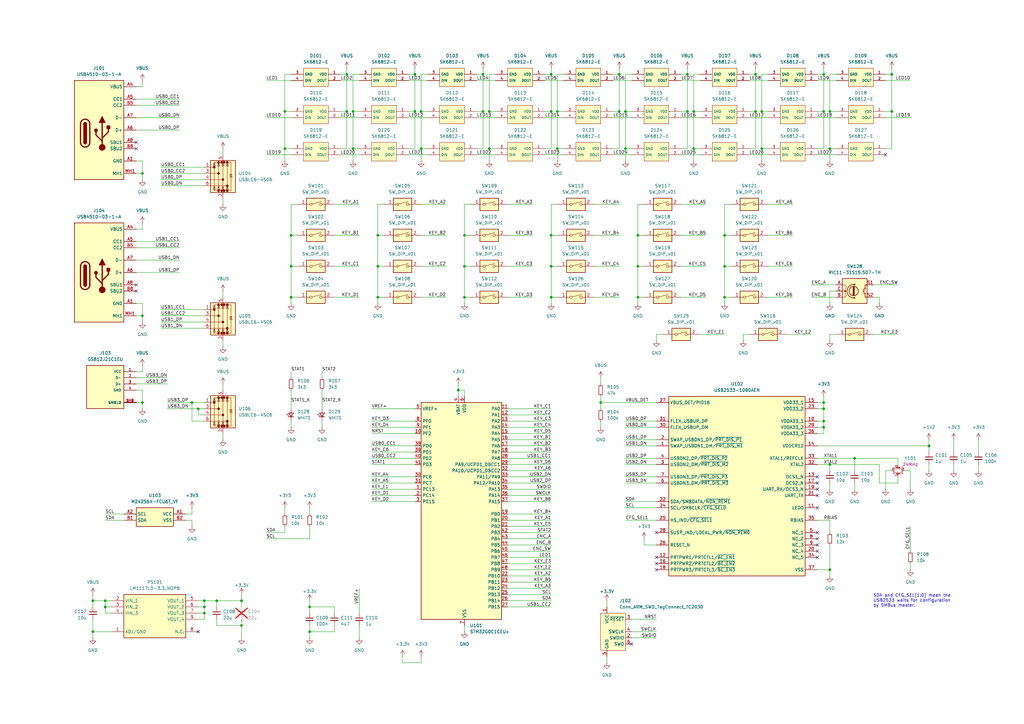
<source format=kicad_sch>
(kicad_sch (version 20231120) (generator "eeschema") (generator_version "8.0")
  (paper "A3")
  (junction (at 337.82 30.48))
  (junction (at 154.94 109.22))
  (junction (at 337.82 175.26))
  (junction (at 127 248.92))
  (junction (at 172.72 45.72))
  (junction (at 226.06 30.48))
  (junction (at 43.18 246.38))
  (junction (at 170.18 45.72))
  (junction (at 226.06 96.52))
  (junction (at 261.62 96.52))
  (junction (at 38.1 259.08))
  (junction (at 297.18 109.22))
  (junction (at 340.36 233.68))
  (junction (at 337.82 172.72))
  (junction (at 190.5 96.52))
  (junction (at 83.82 246.38))
  (junction (at 254 45.72))
  (junction (at 340.36 45.72))
  (junction (at 254 30.48))
  (junction (at 142.24 30.48))
  (junction (at 81.28 167.64))
  (junction (at 365.76 45.72))
  (junction (at 116.84 45.72))
  (junction (at 226.06 45.72))
  (junction (at 381 182.88))
  (junction (at 116.84 60.96))
  (junction (at 58.42 129.54))
  (junction (at 58.42 71.12))
  (junction (at 38.1 246.38))
  (junction (at 58.42 165.1))
  (junction (at 340.36 190.5))
  (junction (at 297.18 121.92))
  (junction (at 228.6 45.72))
  (junction (at 83.82 248.92))
  (junction (at 337.82 165.1))
  (junction (at 340.36 60.96))
  (junction (at 312.42 60.96))
  (junction (at 154.94 96.52))
  (junction (at 226.06 121.92))
  (junction (at 119.38 121.92))
  (junction (at 99.06 246.38))
  (junction (at 154.94 121.92))
  (junction (at 190.5 109.22))
  (junction (at 309.88 45.72))
  (junction (at 119.38 109.22))
  (junction (at 246.38 165.1))
  (junction (at 198.12 45.72))
  (junction (at 337.82 167.64))
  (junction (at 284.48 60.96))
  (junction (at 256.54 45.72))
  (junction (at 226.06 109.22))
  (junction (at 365.76 30.48))
  (junction (at 200.66 60.96))
  (junction (at 144.78 60.96))
  (junction (at 228.6 60.96))
  (junction (at 144.78 45.72))
  (junction (at 261.62 121.92))
  (junction (at 350.52 187.96))
  (junction (at 119.38 96.52))
  (junction (at 83.82 251.46))
  (junction (at 187.96 160.02))
  (junction (at 198.12 30.48))
  (junction (at 309.88 30.48))
  (junction (at 170.18 30.48))
  (junction (at 261.62 109.22))
  (junction (at 127 259.08))
  (junction (at 142.24 45.72))
  (junction (at 172.72 60.96))
  (junction (at 78.74 165.1))
  (junction (at 281.94 45.72))
  (junction (at 43.18 248.92))
  (junction (at 99.06 256.54))
  (junction (at 337.82 45.72))
  (junction (at 297.18 96.52))
  (junction (at 200.66 45.72))
  (junction (at 88.9 246.38))
  (junction (at 284.48 45.72))
  (junction (at 281.94 30.48))
  (junction (at 190.5 121.92))
  (junction (at 256.54 60.96))
  (junction (at 312.42 45.72))
  (no_connect (at 335.28 195.58))
  (no_connect (at 335.28 226.06))
  (no_connect (at 335.28 228.6))
  (no_connect (at 335.28 223.52))
  (no_connect (at 269.24 218.44))
  (no_connect (at 335.28 220.98))
  (no_connect (at 335.28 198.12))
  (no_connect (at 335.28 203.2))
  (no_connect (at 269.24 228.6))
  (no_connect (at 55.88 58.42))
  (no_connect (at 269.24 233.68))
  (no_connect (at 81.28 259.08))
  (no_connect (at 335.28 218.44))
  (no_connect (at 55.88 60.96))
  (no_connect (at 55.88 116.84))
  (no_connect (at 269.24 231.14))
  (no_connect (at 335.28 200.66))
  (no_connect (at 335.28 208.28))
  (no_connect (at 55.88 119.38))
  (no_connect (at 259.08 264.16))
  (no_connect (at 363.22 63.5))
  (wire (pts (xy 139.7 63.5) (xy 147.32 63.5)))
  (wire (pts (xy 226.06 185.42) (xy 208.28 185.42)))
  (wire (pts (xy 226.06 121.92) (xy 228.6 121.92)))
  (wire (pts (xy 401.32 190.5) (xy 401.32 193.04)))
  (wire (pts (xy 264.16 223.52) (xy 269.24 223.52)))
  (wire (pts (xy 154.94 109.22) (xy 154.94 121.92)))
  (wire (pts (xy 152.4 200.66) (xy 170.18 200.66)))
  (wire (pts (xy 340.36 119.38) (xy 340.36 124.46)))
  (wire (pts (xy 226.06 203.2) (xy 208.28 203.2)))
  (wire (pts (xy 373.38 231.14) (xy 373.38 233.68)))
  (wire (pts (xy 208.28 228.6) (xy 226.06 228.6)))
  (wire (pts (xy 381 182.88) (xy 381 180.34)))
  (wire (pts (xy 167.64 60.96) (xy 170.18 60.96)))
  (wire (pts (xy 198.12 30.48) (xy 198.12 27.94)))
  (wire (pts (xy 279.4 48.26) (xy 287.02 48.26)))
  (wire (pts (xy 391.16 190.5) (xy 391.16 193.04)))
  (wire (pts (xy 58.42 66.04) (xy 58.42 71.12)))
  (wire (pts (xy 119.38 109.22) (xy 119.38 121.92)))
  (wire (pts (xy 43.18 248.92) (xy 45.72 248.92)))
  (wire (pts (xy 226.06 30.48) (xy 226.06 45.72)))
  (wire (pts (xy 81.28 170.18) (xy 81.28 167.64)))
  (wire (pts (xy 198.12 30.48) (xy 198.12 45.72)))
  (wire (pts (xy 109.22 33.02) (xy 119.38 33.02)))
  (wire (pts (xy 279.4 60.96) (xy 281.94 60.96)))
  (wire (pts (xy 99.06 256.54) (xy 99.06 261.62)))
  (wire (pts (xy 337.82 165.1) (xy 337.82 167.64)))
  (wire (pts (xy 256.54 172.72) (xy 269.24 172.72)))
  (wire (pts (xy 307.34 60.96) (xy 309.88 60.96)))
  (wire (pts (xy 91.44 119.38) (xy 91.44 121.92)))
  (wire (pts (xy 167.64 48.26) (xy 175.26 48.26)))
  (wire (pts (xy 251.46 60.96) (xy 254 60.96)))
  (wire (pts (xy 139.7 60.96) (xy 142.24 60.96)))
  (wire (pts (xy 256.54 66.04) (xy 256.54 60.96)))
  (wire (pts (xy 228.6 83.82) (xy 226.06 83.82)))
  (wire (pts (xy 200.66 30.48) (xy 203.2 30.48)))
  (wire (pts (xy 309.88 30.48) (xy 309.88 27.94)))
  (wire (pts (xy 119.38 96.52) (xy 119.38 109.22)))
  (wire (pts (xy 360.68 121.92) (xy 360.68 124.46)))
  (wire (pts (xy 58.42 71.12) (xy 58.42 73.66)))
  (wire (pts (xy 337.82 165.1) (xy 335.28 165.1)))
  (wire (pts (xy 279.4 33.02) (xy 287.02 33.02)))
  (wire (pts (xy 167.64 45.72) (xy 170.18 45.72)))
  (wire (pts (xy 154.94 83.82) (xy 154.94 96.52)))
  (wire (pts (xy 88.9 254) (xy 88.9 256.54)))
  (wire (pts (xy 43.18 210.82) (xy 50.8 210.82)))
  (wire (pts (xy 256.54 175.26) (xy 269.24 175.26)))
  (wire (pts (xy 91.44 157.48) (xy 91.44 160.02)))
  (wire (pts (xy 337.82 175.26) (xy 335.28 175.26)))
  (wire (pts (xy 154.94 96.52) (xy 157.48 96.52)))
  (wire (pts (xy 254 45.72) (xy 254 60.96)))
  (wire (pts (xy 55.88 124.46) (xy 58.42 124.46)))
  (wire (pts (xy 228.6 30.48) (xy 231.14 30.48)))
  (wire (pts (xy 259.08 254) (xy 269.24 254)))
  (wire (pts (xy 91.44 139.7) (xy 91.44 142.24)))
  (wire (pts (xy 73.66 43.18) (xy 55.88 43.18)))
  (wire (pts (xy 337.82 167.64) (xy 335.28 167.64)))
  (wire (pts (xy 144.78 60.96) (xy 144.78 45.72)))
  (wire (pts (xy 256.54 190.5) (xy 269.24 190.5)))
  (wire (pts (xy 391.16 180.34) (xy 391.16 185.42)))
  (wire (pts (xy 340.36 66.04) (xy 340.36 60.96)))
  (wire (pts (xy 360.68 198.12) (xy 368.3 198.12)))
  (wire (pts (xy 223.52 45.72) (xy 226.06 45.72)))
  (wire (pts (xy 187.96 157.48) (xy 187.96 160.02)))
  (wire (pts (xy 137.16 256.54) (xy 137.16 259.08)))
  (wire (pts (xy 226.06 243.84) (xy 208.28 243.84)))
  (wire (pts (xy 152.4 203.2) (xy 170.18 203.2)))
  (wire (pts (xy 254 30.48) (xy 254 45.72)))
  (wire (pts (xy 365.76 30.48) (xy 365.76 27.94)))
  (wire (pts (xy 83.82 251.46) (xy 83.82 254)))
  (wire (pts (xy 226.06 187.96) (xy 208.28 187.96)))
  (wire (pts (xy 312.42 30.48) (xy 314.96 30.48)))
  (wire (pts (xy 172.72 45.72) (xy 172.72 30.48)))
  (wire (pts (xy 251.46 30.48) (xy 254 30.48)))
  (wire (pts (xy 256.54 60.96) (xy 256.54 45.72)))
  (wire (pts (xy 226.06 177.8) (xy 208.28 177.8)))
  (wire (pts (xy 307.34 48.26) (xy 314.96 48.26)))
  (wire (pts (xy 307.34 63.5) (xy 314.96 63.5)))
  (wire (pts (xy 363.22 193.04) (xy 363.22 200.66)))
  (wire (pts (xy 337.82 162.56) (xy 337.82 165.1)))
  (wire (pts (xy 55.88 165.1) (xy 58.42 165.1)))
  (wire (pts (xy 251.46 48.26) (xy 259.08 48.26)))
  (wire (pts (xy 170.18 198.12) (xy 152.4 198.12)))
  (wire (pts (xy 208.28 83.82) (xy 218.44 83.82)))
  (wire (pts (xy 147.32 241.3) (xy 147.32 251.46)))
  (wire (pts (xy 246.38 154.94) (xy 246.38 157.48)))
  (wire (pts (xy 116.84 45.72) (xy 116.84 30.48)))
  (wire (pts (xy 350.52 187.96) (xy 368.3 187.96)))
  (wire (pts (xy 279.4 121.92) (xy 289.56 121.92)))
  (wire (pts (xy 243.84 83.82) (xy 254 83.82)))
  (wire (pts (xy 340.36 218.44) (xy 340.36 213.36)))
  (wire (pts (xy 139.7 33.02) (xy 147.32 33.02)))
  (wire (pts (xy 157.48 83.82) (xy 154.94 83.82)))
  (wire (pts (xy 223.52 30.48) (xy 226.06 30.48)))
  (wire (pts (xy 243.84 96.52) (xy 254 96.52)))
  (wire (pts (xy 152.4 185.42) (xy 170.18 185.42)))
  (wire (pts (xy 208.28 241.3) (xy 226.06 241.3)))
  (wire (pts (xy 312.42 45.72) (xy 314.96 45.72)))
  (wire (pts (xy 81.28 246.38) (xy 83.82 246.38)))
  (wire (pts (xy 170.18 175.26) (xy 152.4 175.26)))
  (wire (pts (xy 208.28 109.22) (xy 218.44 109.22)))
  (wire (pts (xy 365.76 30.48) (xy 365.76 45.72)))
  (wire (pts (xy 68.58 167.64) (xy 81.28 167.64)))
  (wire (pts (xy 91.44 60.96) (xy 91.44 63.5)))
  (wire (pts (xy 38.1 246.38) (xy 43.18 246.38)))
  (wire (pts (xy 342.9 119.38) (xy 340.36 119.38)))
  (wire (pts (xy 55.88 53.34) (xy 73.66 53.34)))
  (wire (pts (xy 226.06 193.04) (xy 208.28 193.04)))
  (wire (pts (xy 119.38 121.92) (xy 121.92 121.92)))
  (wire (pts (xy 58.42 91.44) (xy 58.42 93.98)))
  (wire (pts (xy 350.52 198.12) (xy 350.52 200.66)))
  (wire (pts (xy 248.92 246.38) (xy 248.92 248.92)))
  (wire (pts (xy 190.5 121.92) (xy 190.5 124.46)))
  (wire (pts (xy 137.16 251.46) (xy 137.16 248.92)))
  (wire (pts (xy 170.18 195.58) (xy 152.4 195.58)))
  (wire (pts (xy 281.94 30.48) (xy 281.94 27.94)))
  (wire (pts (xy 281.94 30.48) (xy 281.94 45.72)))
  (wire (pts (xy 152.4 187.96) (xy 170.18 187.96)))
  (wire (pts (xy 373.38 193.04) (xy 370.84 193.04)))
  (wire (pts (xy 127 246.38) (xy 127 248.92)))
  (wire (pts (xy 340.36 60.96) (xy 340.36 45.72)))
  (wire (pts (xy 78.74 165.1) (xy 83.82 165.1)))
  (wire (pts (xy 223.52 33.02) (xy 231.14 33.02)))
  (wire (pts (xy 116.84 66.04) (xy 116.84 60.96)))
  (wire (pts (xy 358.14 137.16) (xy 368.3 137.16)))
  (wire (pts (xy 281.94 45.72) (xy 281.94 60.96)))
  (wire (pts (xy 137.16 109.22) (xy 147.32 109.22)))
  (wire (pts (xy 264.16 83.82) (xy 261.62 83.82)))
  (wire (pts (xy 172.72 60.96) (xy 175.26 60.96)))
  (wire (pts (xy 144.78 30.48) (xy 147.32 30.48)))
  (wire (pts (xy 55.88 111.76) (xy 73.66 111.76)))
  (wire (pts (xy 38.1 248.92) (xy 38.1 246.38)))
  (wire (pts (xy 109.22 63.5) (xy 119.38 63.5)))
  (wire (pts (xy 297.18 121.92) (xy 297.18 124.46)))
  (wire (pts (xy 88.9 246.38) (xy 83.82 246.38)))
  (wire (pts (xy 170.18 30.48) (xy 170.18 45.72)))
  (wire (pts (xy 144.78 45.72) (xy 144.78 30.48)))
  (wire (pts (xy 340.36 60.96) (xy 342.9 60.96)))
  (wire (pts (xy 119.38 121.92) (xy 119.38 124.46)))
  (wire (pts (xy 83.82 134.62) (xy 66.04 134.62)))
  (wire (pts (xy 226.06 83.82) (xy 226.06 96.52)))
  (wire (pts (xy 297.18 109.22) (xy 299.72 109.22)))
  (wire (pts (xy 335.28 233.68) (xy 340.36 233.68)))
  (wire (pts (xy 142.24 30.48) (xy 142.24 45.72)))
  (wire (pts (xy 73.66 40.64) (xy 55.88 40.64)))
  (wire (pts (xy 226.06 30.48) (xy 226.06 27.94)))
  (wire (pts (xy 43.18 246.38) (xy 43.18 248.92)))
  (wire (pts (xy 340.36 233.68) (xy 340.36 236.22)))
  (wire (pts (xy 208.28 226.06) (xy 226.06 226.06)))
  (wire (pts (xy 363.22 33.02) (xy 373.38 33.02)))
  (wire (pts (xy 279.4 63.5) (xy 287.02 63.5)))
  (wire (pts (xy 190.5 162.56) (xy 190.5 160.02)))
  (wire (pts (xy 172.72 30.48) (xy 175.26 30.48)))
  (wire (pts (xy 58.42 165.1) (xy 58.42 167.64)))
  (wire (pts (xy 284.48 66.04) (xy 284.48 60.96)))
  (wire (pts (xy 116.84 60.96) (xy 119.38 60.96)))
  (wire (pts (xy 109.22 220.98) (xy 127 220.98)))
  (wire (pts (xy 335.28 60.96) (xy 337.82 60.96)))
  (wire (pts (xy 66.04 71.12) (xy 83.82 71.12)))
  (wire (pts (xy 190.5 109.22) (xy 190.5 121.92)))
  (wire (pts (xy 116.84 45.72) (xy 119.38 45.72)))
  (wire (pts (xy 144.78 45.72) (xy 147.32 45.72)))
  (wire (pts (xy 58.42 152.4) (xy 55.88 152.4)))
  (wire (pts (xy 119.38 172.72) (xy 119.38 175.26)))
  (wire (pts (xy 340.36 137.16) (xy 340.36 139.7)))
  (wire (pts (xy 226.06 236.22) (xy 208.28 236.22)))
  (wire (pts (xy 116.84 218.44) (xy 116.84 215.9)))
  (wire (pts (xy 226.06 198.12) (xy 208.28 198.12)))
  (wire (pts (xy 144.78 66.04) (xy 144.78 60.96)))
  (wire (pts (xy 226.06 175.26) (xy 208.28 175.26)))
  (wire (pts (xy 284.48 60.96) (xy 284.48 45.72)))
  (wire (pts (xy 284.48 30.48) (xy 287.02 30.48)))
  (wire (pts (xy 190.5 83.82) (xy 190.5 96.52)))
  (wire (pts (xy 172.72 121.92) (xy 182.88 121.92)))
  (wire (pts (xy 256.54 198.12) (xy 269.24 198.12)))
  (wire (pts (xy 147.32 256.54) (xy 147.32 261.62)))
  (wire (pts (xy 99.06 246.38) (xy 88.9 246.38)))
  (wire (pts (xy 340.36 45.72) (xy 340.36 30.48)))
  (wire (pts (xy 142.24 30.48) (xy 142.24 27.94)))
  (wire (pts (xy 337.82 175.26) (xy 337.82 177.8)))
  (wire (pts (xy 309.88 45.72) (xy 309.88 60.96)))
  (wire (pts (xy 363.22 30.48) (xy 365.76 30.48)))
  (wire (pts (xy 68.58 154.94) (xy 55.88 154.94)))
  (wire (pts (xy 208.28 223.52) (xy 226.06 223.52)))
  (wire (pts (xy 312.42 60.96) (xy 314.96 60.96)))
  (wire (pts (xy 226.06 172.72) (xy 208.28 172.72)))
  (wire (pts (xy 312.42 66.04) (xy 312.42 60.96)))
  (wire (pts (xy 58.42 33.02) (xy 58.42 35.56)))
  (wire (pts (xy 208.28 96.52) (xy 218.44 96.52)))
  (wire (pts (xy 195.58 45.72) (xy 198.12 45.72)))
  (wire (pts (xy 208.28 167.64) (xy 226.06 167.64)))
  (wire (pts (xy 373.38 200.66) (xy 373.38 193.04)))
  (wire (pts (xy 58.42 160.02) (xy 58.42 165.1)))
  (wire (pts (xy 363.22 48.26) (xy 373.38 48.26)))
  (wire (pts (xy 358.14 116.84) (xy 368.3 116.84)))
  (wire (pts (xy 304.8 137.16) (xy 304.8 139.7)))
  (wire (pts (xy 314.96 83.82) (xy 325.12 83.82)))
  (wire (pts (xy 365.76 45.72) (xy 365.76 60.96)))
  (wire (pts (xy 226.06 190.5) (xy 208.28 190.5)))
  (wire (pts (xy 200.66 60.96) (xy 203.2 60.96)))
  (wire (pts (xy 226.06 210.82) (xy 208.28 210.82)))
  (wire (pts (xy 358.14 121.92) (xy 360.68 121.92)))
  (wire (pts (xy 43.18 213.36) (xy 50.8 213.36)))
  (wire (pts (xy 139.7 48.26) (xy 147.32 48.26)))
  (wire (pts (xy 226.06 96.52) (xy 228.6 96.52)))
  (wire (pts (xy 58.42 124.46) (xy 58.42 129.54)))
  (wire (pts (xy 66.04 68.58) (xy 83.82 68.58)))
  (wire (pts (xy 284.48 45.72) (xy 284.48 30.48)))
  (wire (pts (xy 38.1 259.08) (xy 38.1 254)))
  (wire (pts (xy 55.88 129.54) (xy 58.42 129.54)))
  (wire (pts (xy 256.54 180.34) (xy 269.24 180.34)))
  (wire (pts (xy 38.1 243.84) (xy 38.1 246.38)))
  (wire (pts (xy 121.92 83.82) (xy 119.38 83.82)))
  (wire (pts (xy 116.84 208.28) (xy 116.84 210.82)))
  (wire (pts (xy 200.66 45.72) (xy 200.66 30.48)))
  (wire (pts (xy 116.84 30.48) (xy 119.38 30.48)))
  (wire (pts (xy 208.28 220.98) (xy 226.06 220.98)))
  (wire (pts (xy 256.54 45.72) (xy 256.54 30.48)))
  (wire (pts (xy 127 208.28) (xy 127 210.82)))
  (wire (pts (xy 297.18 83.82) (xy 297.18 96.52)))
  (wire (pts (xy 154.94 109.22) (xy 157.48 109.22)))
  (wire (pts (xy 297.18 96.52) (xy 299.72 96.52)))
  (wire (pts (xy 91.44 177.8) (xy 91.44 180.34)))
  (wire (pts (xy 167.64 30.48) (xy 170.18 30.48)))
  (wire (pts (xy 88.9 246.38) (xy 88.9 248.92)))
  (wire (pts (xy 55.88 160.02) (xy 58.42 160.02)))
  (wire (pts (xy 307.34 30.48) (xy 309.88 30.48)))
  (wire (pts (xy 337.82 167.64) (xy 337.82 172.72)))
  (wire (pts (xy 45.72 259.08) (xy 38.1 259.08)))
  (wire (pts (xy 83.82 254) (xy 81.28 254)))
  (wire (pts (xy 309.88 30.48) (xy 309.88 45.72)))
  (wire (pts (xy 83.82 172.72) (xy 78.74 172.72)))
  (wire (pts (xy 127 248.92) (xy 127 251.46)))
  (wire (pts (xy 340.36 30.48) (xy 342.9 30.48)))
  (wire (pts (xy 190.5 96.52) (xy 193.04 96.52)))
  (wire (pts (xy 226.06 213.36) (xy 208.28 213.36)))
  (wire (pts (xy 76.2 213.36) (xy 78.74 213.36)))
  (wire (pts (xy 190.5 121.92) (xy 193.04 121.92)))
  (wire (pts (xy 228.6 45.72) (xy 228.6 30.48)))
  (wire (pts (xy 119.38 160.02) (xy 119.38 167.64)))
  (wire (pts (xy 172.72 271.78) (xy 165.1 271.78)))
  (wire (pts (xy 226.06 248.92) (xy 208.28 248.92)))
  (wire (pts (xy 109.22 48.26) (xy 119.38 48.26)))
  (wire (pts (xy 256.54 213.36) (xy 269.24 213.36)))
  (wire (pts (xy 83.82 73.66) (xy 66.04 73.66)))
  (wire (pts (xy 312.42 60.96) (xy 312.42 45.72)))
  (wire (pts (xy 208.28 233.68) (xy 226.06 233.68)))
  (wire (pts (xy 322.58 137.16) (xy 332.74 137.16)))
  (wire (pts (xy 195.58 63.5) (xy 203.2 63.5)))
  (wire (pts (xy 246.38 165.1) (xy 246.38 167.64)))
  (wire (pts (xy 154.94 96.52) (xy 154.94 109.22)))
  (wire (pts (xy 261.62 121.92) (xy 261.62 124.46)))
  (wire (pts (xy 208.28 218.44) (xy 226.06 218.44)))
  (wire (pts (xy 170.18 172.72) (xy 152.4 172.72)))
  (wire (pts (xy 137.16 96.52) (xy 147.32 96.52)))
  (wire (pts (xy 154.94 121.92) (xy 154.94 124.46)))
  (wire (pts (xy 350.52 187.96) (xy 350.52 193.04)))
  (wire (pts (xy 208.28 238.76) (xy 226.06 238.76)))
  (wire (pts (xy 335.28 63.5) (xy 342.9 63.5)))
  (wire (pts (xy 170.18 45.72) (xy 170.18 60.96)))
  (wire (pts (xy 335.28 48.26) (xy 342.9 48.26)))
  (wire (pts (xy 73.66 99.06) (xy 55.88 99.06)))
  (wire (pts (xy 43.18 248.92) (xy 43.18 251.46)))
  (wire (pts (xy 226.06 96.52) (xy 226.06 109.22)))
  (wire (pts (xy 373.38 215.9) (xy 373.38 226.06)))
  (wire (pts (xy 154.94 121.92) (xy 157.48 121.92)))
  (wire (pts (xy 172.72 83.82) (xy 182.88 83.82)))
  (wire (pts (xy 172.72 66.04) (xy 172.72 60.96)))
  (wire (pts (xy 73.66 101.6) (xy 55.88 101.6)))
  (wire (pts (xy 142.24 45.72) (xy 142.24 60.96)))
  (wire (pts (xy 335.28 30.48) (xy 337.82 30.48)))
  (wire (pts (xy 68.58 165.1) (xy 78.74 165.1)))
  (wire (pts (xy 246.38 175.26) (xy 246.38 172.72)))
  (wire (pts (xy 127 259.08) (xy 137.16 259.08)))
  (wire (pts (xy 83.82 246.38) (xy 83.82 248.92)))
  (wire (pts (xy 66.04 129.54) (xy 83.82 129.54)))
  (wire (pts (xy 109.22 218.44) (xy 116.84 218.44)))
  (wire (pts (xy 335.28 187.96) (xy 350.52 187.96)))
  (wire (pts (xy 337.82 45.72) (xy 337.82 60.96)))
  (wire (pts (xy 195.58 30.48) (xy 198.12 30.48)))
  (wire (pts (xy 187.96 160.02) (xy 187.96 162.56)))
  (wire (pts (xy 287.02 137.16) (xy 297.18 137.16)))
  (wire (pts (xy 226.06 109.22) (xy 228.6 109.22)))
  (wire (pts (xy 363.22 60.96) (xy 365.76 60.96)))
  (wire (pts (xy 340.36 190.5) (xy 360.68 190.5)))
  (wire (pts (xy 261.62 109.22) (xy 264.16 109.22)))
  (wire (pts (xy 132.08 160.02) (xy 132.08 167.64)))
  (wire (pts (xy 226.06 121.92) (xy 226.06 124.46)))
  (wire (pts (xy 55.88 48.26) (xy 73.66 48.26)))
  (wire (pts (xy 226.06 109.22) (xy 226.06 121.92)))
  (wire (pts (xy 337.82 30.48) (xy 337.82 45.72)))
  (wire (pts (xy 261.62 96.52) (xy 264.16 96.52)))
  (wire (pts (xy 152.4 167.64) (xy 170.18 167.64)))
  (wire (pts (xy 279.4 96.52) (xy 289.56 96.52)))
  (wire (pts (xy 58.42 35.56) (xy 55.88 35.56)))
  (wire (pts (xy 226.06 246.38) (xy 208.28 246.38)))
  (wire (pts (xy 381 182.88) (xy 381 185.42)))
  (wire (pts (xy 81.28 248.92) (xy 83.82 248.92)))
  (wire (pts (xy 58.42 129.54) (xy 58.42 132.08)))
  (wire (pts (xy 297.18 96.52) (xy 297.18 109.22)))
  (wire (pts (xy 279.4 30.48) (xy 281.94 30.48)))
  (wire (pts (xy 279.4 83.82) (xy 289.56 83.82)))
  (wire (pts (xy 195.58 48.26) (xy 203.2 48.26)))
  (wire (pts (xy 340.36 223.52) (xy 340.36 233.68)))
  (wire (pts (xy 243.84 121.92) (xy 254 121.92)))
  (wire (pts (xy 246.38 162.56) (xy 246.38 165.1)))
  (wire (pts (xy 167.64 33.02) (xy 175.26 33.02)))
  (wire (pts (xy 279.4 45.72) (xy 281.94 45.72)))
  (wire (pts (xy 337.82 177.8) (xy 335.28 177.8)))
  (wire (pts (xy 261.62 109.22) (xy 261.62 121.92)))
  (wire (pts (xy 251.46 63.5) (xy 259.08 63.5)))
  (wire (pts (xy 314.96 96.52) (xy 325.12 96.52)))
  (wire (pts (xy 152.4 190.5) (xy 170.18 190.5)))
  (wire (pts (xy 259.08 261.62) (xy 269.24 261.62)))
  (wire (pts (xy 256.54 45.72) (xy 259.08 45.72)))
  (wire (pts (xy 137.16 121.92) (xy 147.32 121.92)))
  (wire (pts (xy 256.54 182.88) (xy 269.24 182.88)))
  (wire (pts (xy 226.06 182.88) (xy 208.28 182.88)))
  (wire (pts (xy 363.22 45.72) (xy 365.76 45.72)))
  (wire (pts (xy 226.06 205.74) (xy 208.28 205.74)))
  (wire (pts (xy 264.16 220.98) (xy 264.16 223.52)))
  (wire (pts (xy 223.52 60.96) (xy 226.06 60.96)))
  (wire (pts (xy 172.72 45.72) (xy 175.26 45.72)))
  (wire (pts (xy 228.6 60.96) (xy 231.14 60.96)))
  (wire (pts (xy 55.88 66.04) (xy 58.42 66.04)))
  (wire (pts (xy 83.82 248.92) (xy 83.82 251.46)))
  (wire (pts (xy 43.18 246.38) (xy 45.72 246.38)))
  (wire (pts (xy 137.16 83.82) (xy 147.32 83.82)))
  (wire (pts (xy 337.82 172.72) (xy 337.82 175.26)))
  (wire (pts (xy 190.5 109.22) (xy 193.04 109.22)))
  (wire (pts (xy 337.82 30.48) (xy 337.82 27.94)))
  (wire (pts (xy 119.38 96.52) (xy 121.92 96.52)))
  (wire (pts (xy 208.28 121.92) (xy 218.44 121.92)))
  (wire (pts (xy 228.6 60.96) (xy 228.6 45.72)))
  (wire (pts (xy 335.28 45.72) (xy 337.82 45.72)))
  (wire (pts (xy 83.82 132.08) (xy 66.04 132.08)))
  (wire (pts (xy 132.08 172.72) (xy 132.08 175.26)))
  (wire (pts (xy 223.52 63.5) (xy 231.14 63.5)))
  (wire (pts (xy 66.04 127) (xy 83.82 127)))
  (wire (pts (xy 139.7 30.48) (xy 142.24 30.48)))
  (wire (pts (xy 58.42 93.98) (xy 55.88 93.98)))
  (wire (pts (xy 259.08 259.08) (xy 269.24 259.08)))
  (wire (pts (xy 152.4 182.88) (xy 170.18 182.88)))
  (wire (pts (xy 314.96 121.92) (xy 325.12 121.92)))
  (wire (pts (xy 88.9 256.54) (xy 99.06 256.54)))
  (wire (pts (xy 119.38 109.22) (xy 121.92 109.22)))
  (wire (pts (xy 68.58 157.48) (xy 55.88 157.48)))
  (wire (pts (xy 223.52 48.26) (xy 231.14 48.26)))
  (wire (pts (xy 127 220.98) (xy 127 215.9)))
  (wire (pts (xy 337.82 172.72) (xy 335.28 172.72)))
  (wire (pts (xy 83.82 170.18) (xy 81.28 170.18)))
  (wire (pts (xy 246.38 165.1) (xy 269.24 165.1)))
  (wire (pts (xy 332.74 116.84) (xy 342.9 116.84)))
  (wire (pts (xy 360.68 190.5) (xy 360.68 198.12)))
  (wire (pts (xy 401.32 180.34) (xy 401.32 185.42)))
  (wire (pts (xy 119.38 152.4) (xy 119.38 154.94)))
  (wire (pts (xy 228.6 45.72) (xy 231.14 45.72)))
  (wire (pts (xy 132.08 152.4) (xy 132.08 154.94)))
  (wire (pts (xy 256.54 30.48) (xy 259.08 30.48)))
  (wire (pts (xy 261.62 121.92) (xy 264.16 121.92)))
  (wire (pts (xy 172.72 269.24) (xy 172.72 271.78)))
  (wire (pts (xy 248.92 269.24) (xy 248.92 271.78)))
  (wire (pts (xy 76.2 210.82) (xy 78.74 210.82)))
  (wire (pts (xy 55.88 71.12) (xy 58.42 71.12)))
  (wire (pts (xy 99.06 254) (xy 99.06 256.54)))
  (wire (pts (xy 251.46 33.02) (xy 259.08 33.02)))
  (wire (pts (xy 78.74 172.72) (xy 78.74 165.1)))
  (wire (pts (xy 190.5 256.54) (xy 190.5 259.08)))
  (wire (pts (xy 335.28 33.02) (xy 342.9 33.02)))
  (wire (pts (xy 58.42 149.86) (xy 58.42 152.4)))
  (wire (pts (xy 256.54 205.74) (xy 269.24 205.74)))
  (wire (pts (xy 335.28 182.88) (xy 381 182.88)))
  (wire (pts (xy 340.36 137.16) (xy 342.9 137.16)))
  (wire (pts (xy 208.28 231.14) (xy 226.06 231.14)))
  (wire (pts (xy 152.4 177.8) (xy 170.18 177.8)))
  (wire (pts (xy 284.48 60.96) (xy 287.02 60.96)))
  (wire (pts (xy 55.88 106.68) (xy 73.66 106.68)))
  (wire (pts (xy 226.06 170.18) (xy 208.28 170.18)))
  (wire (pts (xy 83.82 76.2) (xy 66.04 76.2)))
  (wire (pts (xy 81.28 251.46) (xy 83.82 251.46)))
  (wire (pts (xy 340.36 198.12) (xy 340.36 200.66)))
  (wire (pts (xy 172.72 60.96) (xy 172.72 45.72)))
  (wire (pts (xy 127 248.92) (xy 137.16 248.92)))
  (wire (pts (xy 269.24 137.16) (xy 271.78 137.16)))
  (wire (pts (xy 226.06 200.66) (xy 208.28 200.66)))
  (wire (pts (xy 172.72 109.22) (xy 182.88 109.22)))
  (wire (pts (xy 78.74 208.28) (xy 78.74 210.82)))
  (wire (pts (xy 299.72 83.82) (xy 297.18 83.82)))
  (wire (pts (xy 340.36 190.5) (xy 340.36 193.04)))
  (wire (pts (xy 193.04 83.82) (xy 190.5 83.82)))
  (wire (pts (xy 381 190.5) (xy 381 193.04)))
  (wire (pts (xy 81.28 167.64) (xy 83.82 167.64)))
  (wire (pts (xy 200.66 66.04) (xy 200.66 60.96)))
  (wire (pts (xy 261.62 83.82) (xy 261.62 96.52)))
  (wire (pts (xy 170.18 30.48) (xy 170.18 27.94)))
  (wire (pts (xy 127 256.54) (xy 127 259.08)))
  (wire (pts (xy 335.28 190.5) (xy 340.36 190.5)))
  (wire (pts (xy 119.38 83.82) (xy 119.38 96.52)))
  (wire (pts (xy 269.24 137.16) (xy 269.24 139.7)))
  (wire (pts (xy 78.74 213.36) (xy 78.74 215.9)))
  (wire (pts (xy 198.12 45.72) (xy 198.12 60.96)))
  (wire (pts (xy 365.76 193.04) (xy 363.22 193.04)))
  (wire (pts (xy 116.84 60.96) (xy 116.84 45.72)))
  (wire (pts (xy 190.5 96.52) (xy 190.5 109.22)))
  (wire (pts (xy 261.62 96.52) (xy 261.62 109.22)))
  (wire (pts (xy 99.06 246.38) (xy 99.06 248.92)))
  (wire (pts (xy 200.66 60.96) (xy 200.66 45.72)))
  (wire (pts (xy 307.34 33.02) (xy 314.96 33.02)))
  (wire (pts (xy 200.66 45.72) (xy 203.2 45.72)))
  (wire (pts (xy 297.18 109.22) (xy 297.18 121.92)))
  (wire (pts (xy 226.06 180.34) (xy 208.28 180.34)))
  (wire (pts (xy 256.54 208.28) (xy 269.24 208.28)))
  (wire (pts (xy 251.46 45.72) (xy 254 45.72)))
  (wire (pts (xy 167.64 63.5) (xy 175.26 63.5)))
  (wire (pts (xy 256.54 195.58) (xy 269.24 195.58)))
  (wire (pts (xy 91.44 81.28) (xy 91.44 83.82)))
  (wire (pts (xy 144.78 60.96) (xy 147.32 60.96)))
  (wire (pts (xy 307.34 45.72) (xy 309.88 45.72)))
  (wire (pts (xy 226.06 215.9) (xy 208.28 215.9)))
  (wire (pts (xy 195.58 33.02) (xy 203.2 33.02)))
  (wire (pts (xy 256.54 60.96) (xy 259.08 60.96)))
  (wire (pts (xy 43.18 251.46) (xy 45.72 251.46)))
  (wire (pts (xy 314.96 109.22) (xy 325.12 109.22)))
  (wire (pts (xy 284.48 45.72) (xy 287.02 45.72)))
  (wire (pts (xy 312.42 45.72) (xy 312.42 30.48)))
  (wire (pts (xy 228.6 66.04) (xy 228.6 60.96)))
  (wire (pts (xy 172.72 96.52) (xy 182.88 96.52)))
  (wire (pts (xy 165.1 269.24) (xy 165.1 271.78)))
  (wire (pts (xy 187.96 160.02) (xy 190.5 160.02)))
  (wire (pts (xy 340.36 213.36) (xy 335.28 213.36)))
  (wire (pts (xy 127 259.08) (xy 127 261.62)))
  (wire (pts (xy 304.8 137.16) (xy 307.34 137.16)))
  (wire (pts (xy 340.36 45.72) (xy 342.9 45.72)))
  (wire (pts (xy 152.4 205.74) (xy 170.18 205.74)))
  (wire (pts (xy 279.4 109.22) (xy 289.56 109.22)))
  (wire (pts (xy 256.54 187.96) (xy 269.24 187.96)))
  (wire (pts (xy 332.74 121.92) (xy 342.9 121.92)))
  (wire (pts (xy 38.1 259.08) (xy 38.1 261.62)))
  (wire (pts (xy 243.84 109.22) (xy 254 109.22)))
  (wire (pts (xy 99.06 243.84) (xy 99.06 246.38)))
  (wire (pts (xy 254 30.48) (xy 254 27.94)))
  (wire (pts (xy 297.18 121.92) (xy 299.72 121.92)))
  (wire (pts (xy 226.06 45.72) (xy 226.06 60.96)))
  (wire (pts (xy 368.3 198.12) (xy 368.3 195.58)))
  (wire (pts (xy 368.3 187.96) (xy 368.3 190.5)))
  (wire (pts (xy 226.06 195.58) (xy 208.28 195.58)))
  (wire (pts (xy 139.7 45.72) (xy 142.24 45.72)))
  (wire (pts (xy 195.58 60.96) (xy 198.12 60.96)))
  (text "SDA and CFG_SEL[1:0] mean the\nUSB2533 waits for configuration\nby SMBus master." (at 358.14 246.38 0) (effects (font (size 1.27 1.27)) (justify left)))
  (text "Add LEDs on leftover pins" (at 231.14 307.34 0) (effects (font (size 5 5))))
  (label "USB3_DN" (at 68.58 154.94 180))
  (label "KEY_A5" (at 289.56 83.82 180))
  (label "KEY_C6" (at 152.4 185.42 0))
  (label "USB2_DP" (at 226.06 198.12 180))
  (label "KEY_D3" (at 218.44 121.92 180))
  (label "USB1_CC1" (at 66.04 127 0))
  (label "LED27" (at 335.28 63.5 0))
  (label "LED23" (at 223.52 63.5 0))
  (label "KEY_C4" (at 226.06 175.26 180))
  (label "LED2" (at 139.7 33.02 0))
  (label "KEY_B4" (at 254 96.52 180))
  (label "USB3_DN" (at 68.58 167.64 0))
  (label "LED20" (at 139.7 63.5 0))
  (label "USB3_DN" (at 256.54 198.12 0))
  (label "STAT2" (at 132.08 152.4 0))
  (label "USB0_DP" (at 66.04 73.66 0))
  (label "USB1_DP" (at 66.04 132.08 0))
  (label "ENC_B" (at 226.06 223.52 180))
  (label "LED6" (at 251.46 33.02 0))
  (label "USB1_CC1" (at 73.66 99.06 180))
  (label "KEY_A2" (at 182.88 83.82 180))
  (label "USB2_DN" (at 256.54 190.5 0))
  (label "KEY_B3" (at 218.44 96.52 180))
  (label "KEY_C2" (at 182.88 109.22 180))
  (label "RBIAS" (at 337.82 213.36 0))
  (label "USB0_DN" (at 66.04 76.2 0))
  (label "KEY_A3" (at 226.06 241.3 180))
  (label "KEY_C1" (at 226.06 167.64 180))
  (label "KEY_C6" (at 325.12 109.22 180))
  (label "LED21" (at 167.64 63.5 0))
  (label "KEY_C2" (at 226.06 170.18 180))
  (label "SWDIO" (at 226.06 200.66 180))
  (label "USB1_CC2" (at 66.04 129.54 0))
  (label "KEY_D3" (at 152.4 172.72 0))
  (label "LED14" (at 223.52 48.26 0))
  (label "NRST" (at 152.4 177.8 0))
  (label "LED10" (at 109.22 48.26 0))
  (label "ENC_A" (at 332.74 116.84 0))
  (label "KEY_E1" (at 152.4 200.66 0))
  (label "LED26" (at 307.34 63.5 0))
  (label "USB0_CC2" (at 73.66 43.18 180))
  (label "KEY_A5" (at 152.4 198.12 0))
  (label "KEY_D4" (at 152.4 175.26 0))
  (label "LED25" (at 279.4 63.5 0))
  (label "STAT2" (at 226.06 218.44 180))
  (label "USB1_DN" (at 66.04 134.62 0))
  (label "LED10" (at 373.38 33.02 180))
  (label "KEY_A3" (at 218.44 83.82 180))
  (label "KEY_A1" (at 147.32 83.82 180))
  (label "KEY_D5" (at 226.06 177.8 180))
  (label "LED1" (at 226.06 228.6 180))
  (label "KEY_A4" (at 152.4 195.58 0))
  (label "SWDIO" (at 269.24 261.62 180))
  (label "KEY_A2" (at 226.06 236.22 180))
  (label "LED1" (at 109.22 33.02 0))
  (label "USB0_DN" (at 256.54 175.26 0))
  (label "KEY_E2" (at 332.74 137.16 180))
  (label "USB0_CC2" (at 66.04 71.12 0))
  (label "LED16" (at 279.4 48.26 0))
  (label "KEY_B6" (at 325.12 96.52 180))
  (label "KEY_D1" (at 152.4 203.2 0))
  (label "LED15" (at 251.46 48.26 0))
  (label "KEY_A4" (at 254 83.82 180))
  (label "KEY_A6" (at 325.12 83.82 180))
  (label "USB2_DN" (at 226.06 195.58 180))
  (label "SWCLK" (at 226.06 203.2 180))
  (label "LED4" (at 195.58 33.02 0))
  (label "KEY_B1" (at 226.06 180.34 180))
  (label "LED9" (at 335.28 33.02 0))
  (label "KEY_C5" (at 289.56 109.22 180))
  (label "VREF+" (at 147.32 241.3 270))
  (label "USB3_DP" (at 68.58 165.1 0))
  (label "KEY_A1" (at 226.06 213.36 180))
  (label "USB0_DP" (at 73.66 53.34 180))
  (label "USB0_CC1" (at 152.4 182.88 0))
  (label "LED7" (at 279.4 33.02 0))
  (label "ENC_SW" (at 368.3 116.84 180))
  (label "USB3_DP" (at 68.58 157.48 180))
  (label "USB0_CC1" (at 66.04 68.58 0))
  (label "LED17" (at 307.34 48.26 0))
  (label "VBUS_DET" (at 256.54 165.1 0))
  (label "KEY_C1" (at 147.32 109.22 180))
  (label "ENC_A" (at 226.06 220.98 180))
  (label "STAT2_K" (at 132.08 165.1 0))
  (label "KEY_C3" (at 226.06 172.72 180))
  (label "KEY_B5" (at 289.56 96.52 180))
  (label "USB0_CC2" (at 152.4 187.96 0))
  (label "KEY_E3" (at 226.06 231.14 180))
  (label "SDA" (at 226.06 246.38 180))
  (label "STAT1_K" (at 119.38 165.1 0))
  (label "CFG_SEL1" (at 256.54 213.36 0))
  (label "SDA" (at 109.22 218.44 0))
  (label "KEY_E2" (at 226.06 233.68 180))
  (label "KEY_D1" (at 147.32 121.92 180))
  (label "KEY_D4" (at 254 121.92 180))
  (label "XTAL1" (at 337.82 187.96 0))
  (label "KEY_D2" (at 152.4 205.74 0))
  (label "KEY_B4" (at 226.06 210.82 180))
  (label "USB0_DN" (at 73.66 48.26 180))
  (label "KEY_D5" (at 289.56 121.92 180))
  (label "STAT1" (at 119.38 152.4 0))
  (label "SCL" (at 43.18 210.82 0))
  (label "STAT1" (at 152.4 190.5 0))
  (label "SDA" (at 43.18 213.36 0))
  (label "KEY_C5" (at 226.06 215.9 180))
  (label "USB1_DN" (at 256.54 182.88 0))
  (label "KEY_B5" (at 226.06 238.76 180))
  (label "KEY_B2" (at 226.06 182.88 180))
  (label "USB1_CC2" (at 73.66 101.6 180))
  (label "XTAL2" (at 337.82 190.5 0))
  (label "LED13" (at 195.58 48.26 0))
  (label "LED19" (at 109.22 63.5 0))
  (label "LED18" (at 335.28 48.26 0))
  (label "KEY_D2" (at 182.88 121.92 180))
  (label "KEY_E3" (at 368.3 137.16 180))
  (label "SWCLK" (at 269.24 259.08 180))
  (label "KEY_B6" (at 226.06 205.74 180))
  (label "VREF+" (at 152.4 167.64 0))
  (label "SDA" (at 256.54 205.74 0))
  (label "SCL" (at 226.06 243.84 180))
  (label "LED11" (at 139.7 48.26 0))
  (label "KEY_B2" (at 182.88 96.52 180))
  (label "USB3_DP" (at 256.54 195.58 0))
  (label "USB1_DP" (at 73.66 111.76 180))
  (label "LED24" (at 251.46 63.5 0))
  (label "LED8" (at 307.34 33.02 0))
  (label "SCL" (at 109.22 220.98 0))
  (label "KEY_C3" (at 218.44 109.22 180))
  (label "USB1_DN" (at 73.66 106.68 180))
  (label "SCL" (at 256.54 208.28 0))
  (label "LED3" (at 167.64 33.02 0))
  (label "KEY_A6" (at 226.06 193.04 180))
  (label "KEY_E1" (at 297.18 137.16 180))
  (label "USB0_DP" (at 256.54 172.72 0))
  (label "KEY_C4" (at 254 109.22 180))
  (label "NRST" (at 269.24 254 180))
  (label "KEY_B3" (at 226.06 185.42 180))
  (label "LED22" (at 195.58 63.5 0))
  (label "USB1_DP" (at 256.54 180.34 0))
  (label "ENC_SW" (at 226.06 226.06 180))
  (label "KEY_B1" (at 147.32 96.52 180))
  (label "LED12" (at 167.64 48.26 0))
  (label "USB1_CC1" (at 226.06 187.96 180))
  (label "LED19" (at 373.38 48.26 180))
  (label "KEY_D6" (at 226.06 190.5 180))
  (label "CFG_SEL1" (at 373.38 215.9 270))
  (label "USB1_CC2" (at 226.06 248.92 180))
  (label "ENC_B" (at 332.74 121.92 0))
  (label "LED5" (at 223.52 33.02 0))
  (label "USB0_CC1" (at 73.66 40.64 180))
  (label "USB2_DP" (at 256.54 187.96 0))
  (label "KEY_D6" (at 325.12 121.92 180))
  (symbol (lib_id "power:GND") (at 200.66 66.04 0) (unit 1)
    (property "Reference" "#PWR0154" (effects (hide yes)))
    (property "Value" "GND" (at 200.66 71.12 0))
  )
  (symbol (lib_id "power:GND") (at 226.06 124.46 0) (unit 1)
    (property "Reference" "#PWR0104" (effects (hide yes)))
    (property "Value" "GND" (at 226.06 129.54 0))
    (property "Description" "Power symbol creates a global label with name \"GND\" , ground" (effects (hide yes)))
  )
  (symbol (lib_id "power:VBUS") (at 142.24 27.94 0) (unit 1)
    (property "Reference" "#PWR0138" (effects (hide yes)))
    (property "Value" "VBUS" (at 142.24 22.86 0))
    (property "Description" "Power symbol creates a global label with name \"VBUS\"" (effects (hide yes)))
  )
  (symbol (lib_id "Switch:SW_DIP_x01") (at 307.34 109.22 0) (unit 1)
    (property "Reference" "SW123" (at 307.34 101.6 0))
    (property "Value" "SW_DIP_x01" (at 307.34 104.14 0))
    (property "Footprint" "keyboard_footprints:gateron-ks27-hotswap" (effects (hide yes)))
    (property "Description" "1x DIP Switch, Single Pole Single Throw (SPST) switch, small symbol" (effects (hide yes)))
  )
  (symbol (lib_id "Switch:SW_DIP_x01") (at 165.1 109.22 0) (unit 1)
    (property "Reference" "SW107" (at 165.1 101.6 0))
    (property "Value" "SW_DIP_x01" (at 165.1 104.14 0))
    (property "Footprint" "keyboard_footprints:gateron-ks27-hotswap" (effects (hide yes)))
    (property "Description" "1x DIP Switch, Single Pole Single Throw (SPST) switch, small symbol" (effects (hide yes)))
  )
  (symbol (lib_id "Device:R_Small") (at 127 213.36 0) (unit 1)
    (property "Reference" "R102" (at 129.54 212.0899 0) (effects (justify left)))
    (property "Value" "10k" (at 129.54 214.6299 0) (effects (justify left)))
    (property "Footprint" "Resistor_SMD:R_0402_1005Metric" (effects (hide yes)))
    (property "Description" "Resistor, small symbol" (effects (hide yes)))
  )
  (symbol (lib_id "SK6812-E:SK6812-E") (at 297.18 58.42 0) (unit 1)
    (property "Reference" "D125" (at 297.18 53.34 0))
    (property "Value" "SK6812-E" (at 297.18 55.88 0))
    (property "Footprint" "keyboard_footprints:LED_SK6812-E" (effects (hide yes)))
    (property "MF" "DONGGUANG OPSCO OPTOELECTRONICS CO., LTD" (effects (hide yes)))
    (property "MAXIMUM_PACKAGE_HEIGHT" "0.84mm" (effects (hide yes)))
    (property "Package" "Package" (effects (hide yes)))
    (property "Price" "None" (effects (hide yes)))
    (property "Check_prices" "https://www.snapeda.com/parts/SK6812-E/DONGGUANG+OPSCO+OPTOELECTRONICS+CO.%252C+LTD/view-part/?ref=eda" (effects (hide yes)))
    (property "STANDARD" "Manufacturer recommendations" (effects (hide yes)))
    (property "PARTREV" "2" (effects (hide yes)))
    (property "SnapEDA_Link" "https://www.snapeda.com/parts/SK6812-E/DONGGUANG+OPSCO+OPTOELECTRONICS+CO.%252C+LTD/view-part/?ref=snap" (effects (hide yes)))
    (property "MP" "SK6812-E" (effects (hide yes)))
    (property "Description_1" "\nSK6812MINI-E is a smart LED control circuit and light emitting circuit in one controlled LED source, which has the shape of a 3528 LED chip.\n" (effects (hide yes)))
    (property "Availability" "Not in stock" (effects (hide yes)))
    (property "MANUFACTURER" "DONGGUANG OPSCO" (effects (hide yes)))
  )
  (symbol (lib_id "Device:R_Small") (at 116.84 213.36 0) (unit 1)
    (property "Reference" "R101" (at 119.38 212.0899 0) (effects (justify left)))
    (property "Value" "10k" (at 119.38 214.6299 0) (effects (justify left)))
    (property "Footprint" "Resistor_SMD:R_0402_1005Metric" (effects (hide yes)))
    (property "Description" "Resistor, small symbol" (effects (hide yes)))
  )
  (symbol (lib_id "power:GND") (at 269.24 139.7 0) (unit 1)
    (property "Reference" "#PWR0109" (effects (hide yes)))
    (property "Value" "GND" (at 269.24 144.78 0))
    (property "Description" "Power symbol creates a global label with name \"GND\" , ground" (effects (hide yes)))
  )
  (symbol (lib_id "Device:C_Small") (at 88.9 251.46 0) (unit 1)
    (property "Reference" "C108" (at 91.44 250.8313 0) (effects (justify left)))
    (property "Value" "22u" (at 91.44 253.3713 0) (effects (justify left)))
    (property "Footprint" "Capacitor_SMD:C_0603_1608Metric" (effects (hide yes)))
  )
  (symbol (lib_id "power:VBUS") (at 246.38 154.94 0) (unit 1)
    (property "Reference" "#PWR0117" (effects (hide yes)))
    (property "Value" "VBUS" (at 246.38 149.86 0))
    (property "Description" "Power symbol creates a global label with name \"VBUS\"" (effects (hide yes)))
  )
  (symbol (lib_id "power:GND") (at 91.44 83.82 0) (unit 1)
    (property "Reference" "#PWR0142" (effects (hide yes)))
    (property "Value" "GND" (at 91.44 88.9 0))
    (property "Description" "Power symbol creates a global label with name \"GND\" , ground" (effects (hide yes)))
  )
  (symbol (lib_id "Switch:SW_DIP_x01") (at 271.78 109.22 0) (unit 1)
    (property "Reference" "SW119" (at 271.78 101.6 0))
    (property "Value" "SW_DIP_x01" (at 271.78 104.14 0))
    (property "Footprint" "keyboard_footprints:gateron-ks27-hotswap" (effects (hide yes)))
    (property "Description" "1x DIP Switch, Single Pole Single Throw (SPST) switch, small symbol" (effects (hide yes)))
  )
  (symbol (lib_id "power:GND") (at 350.52 200.66 0) (unit 1)
    (property "Reference" "#PWR0135" (effects (hide yes)))
    (property "Value" "GND" (at 350.52 205.74 0))
    (property "Description" "Power symbol creates a global label with name \"GND\" , ground" (effects (hide yes)))
  )
  (symbol (lib_id "power:GND") (at 116.84 66.04 0) (unit 1)
    (property "Reference" "#PWR0149" (effects (hide yes)))
    (property "Value" "GND" (at 116.84 71.12 0))
  )
  (symbol (lib_id "Device:C_Small") (at 147.32 254 0) (unit 1)
    (property "Reference" "C110" (at 149.86 253.3713 0) (effects (justify left)))
    (property "Value" "1u" (at 149.86 255.9113 0) (effects (justify left)))
    (property "Footprint" "Capacitor_SMD:C_0402_1005Metric" (effects (hide yes)))
  )
  (symbol (lib_id "SK6812-E:SK6812-E") (at 157.48 27.94 0) (unit 1)
    (property "Reference" "D102" (at 157.48 22.86 0))
    (property "Value" "SK6812-E" (at 157.48 25.4 0))
    (property "Footprint" "keyboard_footprints:LED_SK6812-E" (effects (hide yes)))
    (property "MF" "DONGGUANG OPSCO OPTOELECTRONICS CO., LTD" (effects (hide yes)))
    (property "MAXIMUM_PACKAGE_HEIGHT" "0.84mm" (effects (hide yes)))
    (property "Package" "Package" (effects (hide yes)))
    (property "Price" "None" (effects (hide yes)))
    (property "Check_prices" "https://www.snapeda.com/parts/SK6812-E/DONGGUANG+OPSCO+OPTOELECTRONICS+CO.%252C+LTD/view-part/?ref=eda" (effects (hide yes)))
    (property "STANDARD" "Manufacturer recommendations" (effects (hide yes)))
    (property "PARTREV" "2" (effects (hide yes)))
    (property "SnapEDA_Link" "https://www.snapeda.com/parts/SK6812-E/DONGGUANG+OPSCO+OPTOELECTRONICS+CO.%252C+LTD/view-part/?ref=snap" (effects (hide yes)))
    (property "MP" "SK6812-E" (effects (hide yes)))
    (property "Description_1" "\nSK6812MINI-E is a smart LED control circuit and light emitting circuit in one controlled LED source, which has the shape of a 3528 LED chip.\n" (effects (hide yes)))
    (property "Availability" "Not in stock" (effects (hide yes)))
    (property "MANUFACTURER" "DONGGUANG OPSCO" (effects (hide yes)))
  )
  (symbol (lib_id "power:GND") (at 304.8 139.7 0) (unit 1)
    (property "Reference" "#PWR0108" (effects (hide yes)))
    (property "Value" "GND" (at 304.8 144.78 0))
    (property "Description" "Power symbol creates a global label with name \"GND\" , ground" (effects (hide yes)))
  )
  (symbol (lib_id "Device:R_Small") (at 246.38 160.02 180) (unit 1)
    (property "Reference" "R105" (at 248.92 158.7499 0) (effects (justify right)))
    (property "Value" "47k" (at 248.92 161.2899 0) (effects (justify right)))
    (property "Footprint" "Resistor_SMD:R_0402_1005Metric" (effects (hide yes)))
    (property "Description" "Resistor, small symbol" (effects (hide yes)))
  )
  (symbol (lib_id "Device:C_Small") (at 401.32 187.96 0) (unit 1)
    (property "Reference" "C106" (at 403.86 186.6962 0) (effects (justify left)))
    (property "Value" "100n" (at 403.86 189.2362 0) (effects (justify left)))
    (property "Footprint" "Capacitor_SMD:C_0402_1005Metric" (effects (hide yes)))
    (property "Description" "Unpolarized capacitor, small symbol" (effects (hide yes)))
  )
  (symbol (lib_id "power:GND") (at 284.48 66.04 0) (unit 1)
    (property "Reference" "#PWR0160" (effects (hide yes)))
    (property "Value" "GND" (at 284.48 71.12 0))
  )
  (symbol (lib_id "power:+3.3V") (at 248.92 246.38 0) (unit 1)
    (property "Reference" "#PWR0145" (effects (hide yes)))
    (property "Value" "+3.3V" (at 248.92 242.57 0))
  )
  (symbol (lib_id "Switch:SW_DIP_x01") (at 200.66 96.52 0) (unit 1)
    (property "Reference" "SW110" (at 200.66 88.9 0))
    (property "Value" "SW_DIP_x01" (at 200.66 91.44 0))
    (property "Footprint" "keyboard_footprints:gateron-ks27-hotswap" (effects (hide yes)))
    (property "Description" "1x DIP Switch, Single Pole Single Throw (SPST) switch, small symbol" (effects (hide yes)))
  )
  (symbol (lib_id "Device:C_Small") (at 127 254 0) (unit 1)
    (property "Reference" "C109" (at 129.54 253.3713 0) (effects (justify left)))
    (property "Value" "100n" (at 129.54 255.9113 0) (effects (justify left)))
    (property "Footprint" "Capacitor_SMD:C_0402_1005Metric" (effects (hide yes)))
  )
  (symbol (lib_id "USB4510-03-1-A:USB4510-03-1-A") (at 40.64 91.44 0) (unit 1)
    (property "Reference" "J104" (at 40.64 86.36 0))
    (property "Value" "USB4510-03-1-A" (at 40.64 88.9 0))
    (property "Footprint" "keyboard_footprints:USB4510031A" (effects (hide yes)))
    (property "Datasheet" "https://gct.co/files/drawings/usb4510.pdf" (effects (hide yes)))
    (property "Description" "USB Connectors USB C Rec 16P 3u\" Mid Mnt 1.6mm O-set SMT L = 6.5mm S-Spring" (effects (hide yes)))
    (property "Height" "3.36" (effects (hide yes)))
    (property "Mouser Part Number" "640-USB4510031A" (effects (hide yes)))
    (property "Mouser Price/Stock" "https://www.mouser.co.uk/ProductDetail/GCT/USB4510-03-1-A?qs=7D1LtPJG0i3iod3O3OZ7LA%3D%3D" (effects (hide yes)))
    (property "Manufacturer_Name" "GCT (GLOBAL CONNECTOR TECHNOLOGY)" (effects (hide yes)))
    (property "Manufacturer_Part_Number" "USB4510-03-1-A" (effects (hide yes)))
  )
  (symbol (lib_id "Switch:SW_DIP_x01") (at 236.22 96.52 0) (unit 1)
    (property "Reference" "SW114" (at 236.22 88.9 0))
    (property "Value" "SW_DIP_x01" (at 236.22 91.44 0))
    (property "Footprint" "keyboard_footprints:gateron-ks27-hotswap" (effects (hide yes)))
    (property "Description" "1x DIP Switch, Single Pole Single Throw (SPST) switch, small symbol" (effects (hide yes)))
  )
  (symbol (lib_id "power:GND") (at 58.42 132.08 0) (unit 1)
    (property "Reference" "#PWR0112" (effects (hide yes)))
    (property "Value" "GND" (at 58.42 137.16 0))
    (property "Description" "Power symbol creates a global label with name \"GND\" , ground" (effects (hide yes)))
  )
  (symbol (lib_id "power:GND") (at 127 261.62 0) (unit 1)
    (property "Reference" "#PWR0144" (effects (hide yes)))
    (property "Value" "GND" (at 127 266.7 0))
  )
  (symbol (lib_id "SK6812-E:SK6812-E") (at 129.54 27.94 0) (unit 1)
    (property "Reference" "D101" (at 129.54 22.86 0))
    (property "Value" "SK6812-E" (at 129.54 25.4 0))
    (property "Footprint" "keyboard_footprints:LED_SK6812-E" (effects (hide yes)))
    (property "MF" "DONGGUANG OPSCO OPTOELECTRONICS CO., LTD" (effects (hide yes)))
    (property "MAXIMUM_PACKAGE_HEIGHT" "0.84mm" (effects (hide yes)))
    (property "Package" "Package" (effects (hide yes)))
    (property "Price" "None" (effects (hide yes)))
    (property "Check_prices" "https://www.snapeda.com/parts/SK6812-E/DONGGUANG+OPSCO+OPTOELECTRONICS+CO.%252C+LTD/view-part/?ref=eda" (effects (hide yes)))
    (property "STANDARD" "Manufacturer recommendations" (effects (hide yes)))
    (property "PARTREV" "2" (effects (hide yes)))
    (property "SnapEDA_Link" "https://www.snapeda.com/parts/SK6812-E/DONGGUANG+OPSCO+OPTOELECTRONICS+CO.%252C+LTD/view-part/?ref=snap" (effects (hide yes)))
    (property "MP" "SK6812-E" (effects (hide yes)))
    (property "Description_1" "\nSK6812MINI-E is a smart LED control circuit and light emitting circuit in one controlled LED source, which has the shape of a 3528 LED chip.\n" (effects (hide yes)))
    (property "Availability" "Not in stock" (effects (hide yes)))
    (property "MANUFACTURER" "DONGGUANG OPSCO" (effects (hide yes)))
  )
  (symbol (lib_id "SK6812-E:SK6812-E") (at 353.06 43.18 0) (unit 1)
    (property "Reference" "D118" (at 353.06 38.1 0))
    (property "Value" "SK6812-E" (at 353.06 40.64 0))
    (property "Footprint" "keyboard_footprints:LED_SK6812-E" (effects (hide yes)))
    (property "MF" "DONGGUANG OPSCO OPTOELECTRONICS CO., LTD" (effects (hide yes)))
    (property "MAXIMUM_PACKAGE_HEIGHT" "0.84mm" (effects (hide yes)))
    (property "Package" "Package" (effects (hide yes)))
    (property "Price" "None" (effects (hide yes)))
    (property "Check_prices" "https://www.snapeda.com/parts/SK6812-E/DONGGUANG+OPSCO+OPTOELECTRONICS+CO.%252C+LTD/view-part/?ref=eda" (effects (hide yes)))
    (property "STANDARD" "Manufacturer recommendations" (effects (hide yes)))
    (property "PARTREV" "2" (effects (hide yes)))
    (property "SnapEDA_Link" "https://www.snapeda.com/parts/SK6812-E/DONGGUANG+OPSCO+OPTOELECTRONICS+CO.%252C+LTD/view-part/?ref=snap" (effects (hide yes)))
    (property "MP" "SK6812-E" (effects (hide yes)))
    (property "Description_1" "\nSK6812MINI-E is a smart LED control circuit and light emitting circuit in one controlled LED source, which has the shape of a 3528 LED chip.\n" (effects (hide yes)))
    (property "Availability" "Not in stock" (effects (hide yes)))
    (property "MANUFACTURER" "DONGGUANG OPSCO" (effects (hide yes)))
  )
  (symbol (lib_id "power:GND") (at 132.08 175.26 0) (unit 1)
    (property "Reference" "#PWR0172" (effects (hide yes)))
    (property "Value" "GND" (at 132.08 180.34 0))
    (property "Description" "Power symbol creates a global label with name \"GND\" , ground" (effects (hide yes)))
  )
  (symbol (lib_id "USB2533-1080AEN:USB2533-1080AEN") (at 302.26 162.56 0) (unit 1)
    (property "Reference" "U102" (at 302.26 157.48 0))
    (property "Value" "USB2533-1080AEN" (at 302.26 160.02 0))
    (property "Footprint" "keyboard_footprints:QFN50P600X600X100-37N-D" (effects (hide yes)))
    (property "Datasheet" "https://ww1.microchip.com/downloads/en/DeviceDoc/00001702C.pdf" (effects (hide yes)))
    (property "Description" "Microchip USB2533-1080AEN, USB Controller, USB 2.0, 3.3 V, 36-Pin SQFN" (effects (hide yes)))
    (property "Height" "1" (effects (hide yes)))
    (property "Mouser Part Number" "579-USB2533-1080AEN" (effects (hide yes)))
    (property "Mouser Price/Stock" "https://www.mouser.co.uk/ProductDetail/Microchip-Technology-Atmel/USB2533-1080AEN?qs=3i1%252BhB2xfwkiUdr5ZR6aAQ%3D%3D" (effects (hide yes)))
    (property "Manufacturer_Name" "Microchip" (effects (hide yes)))
    (property "Manufacturer_Part_Number" "USB2533-1080AEN" (effects (hide yes)))
  )
  (symbol (lib_id "power:VBUS") (at 38.1 243.84 0) (unit 1)
    (property "Reference" "#PWR0114" (effects (hide yes)))
    (property "Value" "VBUS" (at 38.1 238.76 0))
    (property "Description" "Power symbol creates a global label with name \"VBUS\"" (effects (hide yes)))
  )
  (symbol (lib_id "Device:C_Small") (at 99.06 251.46 0) (unit 1) (dnp yes)
    (property "Reference" "C104" (at 101.6 250.8313 0) (effects (justify left)))
    (property "Value" "22u" (at 101.6 253.3713 0) (effects (justify left)))
    (property "Footprint" "Capacitor_SMD:C_0603_1608Metric" (effects (hide yes)))
  )
  (symbol (lib_id "power:GND") (at 340.36 236.22 0) (unit 1)
    (property "Reference" "#PWR0118" (effects (hide yes)))
    (property "Value" "GND" (at 340.36 241.3 0))
    (property "Description" "Power symbol creates a global label with name \"GND\" , ground" (effects (hide yes)))
  )
  (symbol (lib_id "Switch:SW_DIP_x01") (at 314.96 137.16 0) (unit 1)
    (property "Reference" "SW116" (at 314.96 129.54 0))
    (property "Value" "SW_DIP_x01" (at 314.96 132.08 0))
    (property "Footprint" "keyboard_footprints:gateron-ks27-hotswap" (effects (hide yes)))
    (property "Description" "1x DIP Switch, Single Pole Single Throw (SPST) switch, small symbol" (effects (hide yes)))
  )
  (symbol (lib_id "power:GND") (at 147.32 261.62 0) (unit 1)
    (property "Reference" "#PWR0146" (effects (hide yes)))
    (property "Value" "GND" (at 147.32 266.7 0))
  )
  (symbol (lib_id "power:GND") (at 190.5 124.46 0) (unit 1)
    (property "Reference" "#PWR0103" (effects (hide yes)))
    (property "Value" "GND" (at 190.5 129.54 0))
    (property "Description" "Power symbol creates a global label with name \"GND\" , ground" (effects (hide yes)))
  )
  (symbol (lib_id "Switch:SW_DIP_x01") (at 129.54 109.22 0) (unit 1)
    (property "Reference" "SW103" (at 129.54 101.6 0))
    (property "Value" "SW_DIP_x01" (at 129.54 104.14 0))
    (property "Footprint" "keyboard_footprints:gateron-ks27-hotswap" (effects (hide yes)))
    (property "Description" "1x DIP Switch, Single Pole Single Throw (SPST) switch, small symbol" (effects (hide yes)))
  )
  (symbol (lib_id "SK6812-E:SK6812-E") (at 353.06 58.42 0) (unit 1)
    (property "Reference" "D127" (at 353.06 53.34 0))
    (property "Value" "SK6812-E" (at 353.06 55.88 0))
    (property "Footprint" "keyboard_footprints:LED_SK6812-E" (effects (hide yes)))
    (property "MF" "DONGGUANG OPSCO OPTOELECTRONICS CO., LTD" (effects (hide yes)))
    (property "MAXIMUM_PACKAGE_HEIGHT" "0.84mm" (effects (hide yes)))
    (property "Package" "Package" (effects (hide yes)))
    (property "Price" "None" (effects (hide yes)))
    (property "Check_prices" "https://www.snapeda.com/parts/SK6812-E/DONGGUANG+OPSCO+OPTOELECTRONICS+CO.%252C+LTD/view-part/?ref=eda" (effects (hide yes)))
    (property "STANDARD" "Manufacturer recommendations" (effects (hide yes)))
    (property "PARTREV" "2" (effects (hide yes)))
    (property "SnapEDA_Link" "https://www.snapeda.com/parts/SK6812-E/DONGGUANG+OPSCO+OPTOELECTRONICS+CO.%252C+LTD/view-part/?ref=snap" (effects (hide yes)))
    (property "MP" "SK6812-E" (effects (hide yes)))
    (property "Description_1" "\nSK6812MINI-E is a smart LED control circuit and light emitting circuit in one controlled LED source, which has the shape of a 3528 LED chip.\n" (effects (hide yes)))
    (property "Availability" "Not in stock" (effects (hide yes)))
    (property "MANUFACTURER" "DONGGUANG OPSCO" (effects (hide yes)))
  )
  (symbol (lib_id "SK6812-E:SK6812-E") (at 269.24 27.94 0) (unit 1)
    (property "Reference" "D106" (at 269.24 22.86 0))
    (property "Value" "SK6812-E" (at 269.24 25.4 0))
    (property "Footprint" "keyboard_footprints:LED_SK6812-E" (effects (hide yes)))
    (property "MF" "DONGGUANG OPSCO OPTOELECTRONICS CO., LTD" (effects (hide yes)))
    (property "MAXIMUM_PACKAGE_HEIGHT" "0.84mm" (effects (hide yes)))
    (property "Package" "Package" (effects (hide yes)))
    (property "Price" "None" (effects (hide yes)))
    (property "Check_prices" "https://www.snapeda.com/parts/SK6812-E/DONGGUANG+OPSCO+OPTOELECTRONICS+CO.%252C+LTD/view-part/?ref=eda" (effects (hide yes)))
    (property "STANDARD" "Manufacturer recommendations" (effects (hide yes)))
    (property "PARTREV" "2" (effects (hide yes)))
    (property "SnapEDA_Link" "https://www.snapeda.com/parts/SK6812-E/DONGGUANG+OPSCO+OPTOELECTRONICS+CO.%252C+LTD/view-part/?ref=snap" (effects (hide yes)))
    (property "MP" "SK6812-E" (effects (hide yes)))
    (property "Description_1" "\nSK6812MINI-E is a smart LED control circuit and light emitting circuit in one controlled LED source, which has the shape of a 3528 LED chip.\n" (effects (hide yes)))
    (property "Availability" "Not in stock" (effects (hide yes)))
    (property "MANUFACTURER" "DONGGUANG OPSCO" (effects (hide yes)))
  )
  (symbol (lib_id "power:+3V3") (at 391.16 180.34 0) (unit 1)
    (property "Reference" "#PWR0174" (effects (hide yes)))
    (property "Value" "+3V3" (at 391.16 175.26 0))
    (property "Description" "Power symbol creates a global label with name \"+3V3\"" (effects (hide yes)))
  )
  (symbol (lib_id "Device:C_Small") (at 137.16 254 0) (unit 1)
    (property "Reference" "C111" (at 139.7 253.3713 0) (effects (justify left)))
    (property "Value" "4u7" (at 139.7 255.9113 0) (effects (justify left)))
    (property "Footprint" "Capacitor_SMD:C_0402_1005Metric" (effects (hide yes)))
  )
  (symbol (lib_id "power:VBUS") (at 58.42 91.44 0) (unit 1)
    (property "Reference" "#PWR0131" (effects (hide yes)))
    (property "Value" "VBUS" (at 58.42 86.36 0))
    (property "Description" "Power symbol creates a global label with name \"VBUS\"" (effects (hide yes)))
  )
  (symbol (lib_id "Device:C_Small") (at 381 187.96 0) (unit 1)
    (property "Reference" "C101" (at 383.54 186.6962 0) (effects (justify left)))
    (property "Value" "1u" (at 383.54 189.2362 0) (effects (justify left)))
    (property "Footprint" "Capacitor_SMD:C_0402_1005Metric" (effects (hide yes)))
    (property "Description" "Unpolarized capacitor, small symbol" (effects (hide yes)))
  )
  (symbol (lib_id "power:+3V3") (at 337.82 162.56 0) (unit 1)
    (property "Reference" "#PWR0126" (effects (hide yes)))
    (property "Value" "+3V3" (at 337.82 157.48 0))
    (property "Description" "Power symbol creates a global label with name \"+3V3\"" (effects (hide yes)))
  )
  (symbol (lib_id "power:VBUS") (at 281.94 27.94 0) (unit 1)
    (property "Reference" "#PWR0159" (effects (hide yes)))
    (property "Value" "VBUS" (at 281.94 22.86 0))
    (property "Description" "Power symbol creates a global label with name \"VBUS\"" (effects (hide yes)))
  )
  (symbol (lib_id "power:VBUS") (at 254 27.94 0) (unit 1)
    (property "Reference" "#PWR0157" (effects (hide yes)))
    (property "Value" "VBUS" (at 254 22.86 0))
    (property "Description" "Power symbol creates a global label with name \"VBUS\"" (effects (hide yes)))
  )
  (symbol (lib_id "Device:RotaryEncoder_Switch") (at 350.52 119.38 0) (unit 1)
    (property "Reference" "SW128" (at 350.52 109.22 0))
    (property "Value" "RIC11-31S15.5D7-TH" (at 350.52 111.76 0))
    (property "Footprint" "keyboard_footprints:RotaryEncoder_Alps_EC11E-Switch_Vertical_H20mm" (effects (hide yes)))
    (property "Description" "Rotary encoder, dual channel, incremental quadrate outputs, with switch" (effects (hide yes)))
  )
  (symbol (lib_id "power:VBUS") (at 170.18 27.94 0) (unit 1)
    (property "Reference" "#PWR0151" (effects (hide yes)))
    (property "Value" "VBUS" (at 170.18 22.86 0))
    (property "Description" "Power symbol creates a global label with name \"VBUS\"" (effects (hide yes)))
  )
  (symbol (lib_id "Switch:SW_DIP_x01") (at 165.1 96.52 0) (unit 1)
    (property "Reference" "SW106" (at 165.1 88.9 0))
    (property "Value" "SW_DIP_x01" (at 165.1 91.44 0))
    (property "Footprint" "keyboard_footprints:gateron-ks27-hotswap" (effects (hide yes)))
    (property "Description" "1x DIP Switch, Single Pole Single Throw (SPST) switch, small symbol" (effects (hide yes)))
  )
  (symbol (lib_id "Device:C_Small") (at 340.36 195.58 0) (unit 1)
    (property "Reference" "C102" (at 342.9 194.3162 0) (effects (justify left)))
    (property "Value" "10p" (at 342.9 196.8562 0) (effects (justify left)))
    (property "Footprint" "Capacitor_SMD:C_0402_1005Metric" (effects (hide yes)))
    (property "Description" "Unpolarized capacitor, small symbol" (effects (hide yes)))
  )
  (symbol (lib_id "Device:R_Small") (at 340.36 220.98 0) (unit 1)
    (property "Reference" "R103" (at 342.9 219.7099 0) (effects (justify left)))
    (property "Value" "12k" (at 342.9 222.2499 0) (effects (justify left)))
    (property "Footprint" "Resistor_SMD:R_0402_1005Metric" (effects (hide yes)))
    (property "Description" "Resistor, small symbol" (effects (hide yes)))
  )
  (symbol (lib_id "SK6812-E:SK6812-E") (at 269.24 58.42 0) (unit 1)
    (property "Reference" "D124" (at 269.24 53.34 0))
    (property "Value" "SK6812-E" (at 269.24 55.88 0))
    (property "Footprint" "keyboard_footprints:LED_SK6812-E" (effects (hide yes)))
    (property "MF" "DONGGUANG OPSCO OPTOELECTRONICS CO., LTD" (effects (hide yes)))
    (property "MAXIMUM_PACKAGE_HEIGHT" "0.84mm" (effects (hide yes)))
    (property "Package" "Package" (effects (hide yes)))
    (property "Price" "None" (effects (hide yes)))
    (property "Check_prices" "https://www.snapeda.com/parts/SK6812-E/DONGGUANG+OPSCO+OPTOELECTRONICS+CO.%252C+LTD/view-part/?ref=eda" (effects (hide yes)))
    (property "STANDARD" "Manufacturer recommendations" (effects (hide yes)))
    (property "PARTREV" "2" (effects (hide yes)))
    (property "SnapEDA_Link" "https://www.snapeda.com/parts/SK6812-E/DONGGUANG+OPSCO+OPTOELECTRONICS+CO.%252C+LTD/view-part/?ref=snap" (effects (hide yes)))
    (property "MP" "SK6812-E" (effects (hide yes)))
    (property "Description_1" "\nSK6812MINI-E is a smart LED control circuit and light emitting circuit in one controlled LED source, which has the shape of a 3528 LED chip.\n" (effects (hide yes)))
    (property "Availability" "Not in stock" (effects (hide yes)))
    (property "MANUFACTURER" "DONGGUANG OPSCO" (effects (hide yes)))
  )
  (symbol (lib_id "SK6812-E:SK6812-E") (at 297.18 43.18 0) (unit 1)
    (property "Reference" "D116" (at 297.18 38.1 0))
    (property "Value" "SK6812-E" (at 297.18 40.64 0))
    (property "Footprint" "keyboard_footprints:LED_SK6812-E" (effects (hide yes)))
    (property "MF" "DONGGUANG OPSCO OPTOELECTRONICS CO., LTD" (effects (hide yes)))
    (property "MAXIMUM_PACKAGE_HEIGHT" "0.84mm" (effects (hide yes)))
    (property "Package" "Package" (effects (hide yes)))
    (property "Price" "None" (effects (hide yes)))
    (property "Check_prices" "https://www.snapeda.com/parts/SK6812-E/DONGGUANG+OPSCO+OPTOELECTRONICS+CO.%252C+LTD/view-part/?ref=eda" (effects (hide yes)))
    (property "STANDARD" "Manufacturer recommendations" (effects (hide yes)))
    (property "PARTREV" "2" (effects (hide yes)))
    (property "SnapEDA_Link" "https://www.snapeda.com/parts/SK6812-E/DONGGUANG+OPSCO+OPTOELECTRONICS+CO.%252C+LTD/view-part/?ref=snap" (effects (hide yes)))
    (property "MP" "SK6812-E" (effects (hide yes)))
    (property "Description_1" "\nSK6812MINI-E is a smart LED control circuit and light emitting circuit in one controlled LED source, which has the shape of a 3528 LED chip.\n" (effects (hide yes)))
    (property "Availability" "Not in stock" (effects (hide yes)))
    (property "MANUFACTURER" "DONGGUANG OPSCO" (effects (hide yes)))
  )
  (symbol (lib_id "power:VBUS") (at 226.06 27.94 0) (unit 1)
    (property "Reference" "#PWR0155" (effects (hide yes)))
    (property "Value" "VBUS" (at 226.06 22.86 0))
    (property "Description" "Power symbol creates a global label with name \"VBUS\"" (effects (hide yes)))
  )
  (symbol (lib_id "Switch:SW_DIP_x01") (at 236.22 121.92 0) (unit 1)
    (property "Reference" "SW126" (at 236.22 114.3 0))
    (property "Value" "SW_DIP_x01" (at 236.22 116.84 0))
    (property "Footprint" "keyboard_footprints:gateron-ks27-hotswap" (effects (hide yes)))
    (property "Description" "1x DIP Switch, Single Pole Single Throw (SPST) switch, small symbol" (effects (hide yes)))
  )
  (symbol (lib_id "Connector:Conn_ARM_SWD_TagConnect_TC2030") (at 251.46 259.08 0) (unit 1) (in_bom no)
    (property "Reference" "J102" (at 254 246.38 0) (effects (justify left)))
    (property "Value" "Conn_ARM_SWD_TagConnect_TC2030" (at 254 248.92 0) (effects (justify left)))
    (property "Footprint" "Connector:Tag-Connect_TC2030-IDC-FP_2x03_P1.27mm_Vertical" (effects (hide yes)))
    (property "Datasheet" "https://www.tag-connect.com/wp-content/uploads/bsk-pdf-manager/TC2030-CTX_1.pdf" (effects (hide yes)))
    (property "Description" "Tag-Connect ARM Cortex SWD JTAG connector, 6 pin" (effects (hide yes)))
  )
  (symbol (lib_id "Power_Protection:USBLC6-4SC6") (at 91.44 129.54 0) (unit 1)
    (property "Reference" "U105" (at 97.79 129.5399 0) (effects (justify left)))
    (property "Value" "USBLC6-4SC6" (at 97.79 132.0799 0) (effects (justify left)))
    (property "Footprint" "Package_TO_SOT_SMD:SOT-23-6" (effects (hide yes)))
    (property "Datasheet" "https://www.st.com/resource/en/datasheet/usblc6-4.pdf" (effects (hide yes)))
    (property "Description" "Very low capacitance ESD protection diode, 4 data-line, SOT-23-6" (effects (hide yes)))
  )
  (symbol (lib_id "power:GND") (at 78.74 215.9 0) (unit 1)
    (property "Reference" "#PWR0137" (effects (hide yes)))
    (property "Value" "GND" (at 78.74 220.98 0))
    (property "Description" "Power symbol creates a global label with name \"GND\" , ground" (effects (hide yes)))
  )
  (symbol (lib_id "Switch:SW_DIP_x01") (at 200.66 83.82 0) (unit 1)
    (property "Reference" "SW109" (at 200.66 76.2 0))
    (property "Value" "SW_DIP_x01" (at 200.66 78.74 0))
    (property "Footprint" "keyboard_footprints:gateron-ks27-hotswap" (effects (hide yes)))
    (property "Description" "1x DIP Switch, Single Pole Single Throw (SPST) switch, small symbol" (effects (hide yes)))
  )
  (symbol (lib_id "power:GND") (at 91.44 142.24 0) (unit 1)
    (property "Reference" "#PWR0166" (effects (hide yes)))
    (property "Value" "GND" (at 91.44 147.32 0))
    (property "Description" "Power symbol creates a global label with name \"GND\" , ground" (effects (hide yes)))
  )
  (symbol (lib_id "Switch:SW_DIP_x01") (at 307.34 83.82 0) (unit 1)
    (property "Reference" "SW121" (at 307.34 76.2 0))
    (property "Value" "SW_DIP_x01" (at 307.34 78.74 0))
    (property "Footprint" "keyboard_footprints:gateron-ks27-hotswap" (effects (hide yes)))
    (property "Description" "1x DIP Switch, Single Pole Single Throw (SPST) switch, small symbol" (effects (hide yes)))
  )
  (symbol (lib_id "power:+1V2") (at 381 180.34 0) (unit 1)
    (property "Reference" "#PWR0128" (effects (hide yes)))
    (property "Value" "+1V2" (at 381 175.26 0))
    (property "Description" "Power symbol creates a global label with name \"+1V2\"" (effects (hide yes)))
  )
  (symbol (lib_id "power:VBUS") (at 309.88 27.94 0) (unit 1)
    (property "Reference" "#PWR0161" (effects (hide yes)))
    (property "Value" "VBUS" (at 309.88 22.86 0))
    (property "Description" "Power symbol creates a global label with name \"VBUS\"" (effects (hide yes)))
  )
  (symbol (lib_id "Switch:SW_DIP_x01") (at 129.54 83.82 0) (unit 1)
    (property "Reference" "SW101" (at 129.54 76.2 0))
    (property "Value" "SW_DIP_x01" (at 129.54 78.74 0))
    (property "Footprint" "keyboard_footprints:gateron-ks27-hotswap" (effects (hide yes)))
    (property "Description" "1x DIP Switch, Single Pole Single Throw (SPST) switch, small symbol" (effects (hide yes)))
  )
  (symbol (lib_id "power:VBUS") (at 58.42 33.02 0) (unit 1)
    (property "Reference" "#PWR0132" (effects (hide yes)))
    (property "Value" "VBUS" (at 58.42 27.94 0))
    (property "Description" "Power symbol creates a global label with name \"VBUS\"" (effects (hide yes)))
  )
  (symbol (lib_id "power:GND") (at 391.16 193.04 0) (unit 1)
    (property "Reference" "#PWR0173" (effects (hide yes)))
    (property "Value" "GND" (at 391.16 198.12 0))
    (property "Description" "Power symbol creates a global label with name \"GND\" , ground" (effects (hide yes)))
  )
  (symbol (lib_id "Device:R_Small") (at 246.38 170.18 180) (unit 1)
    (property "Reference" "R104" (at 248.92 168.9099 0) (effects (justify right)))
    (property "Value" "100k" (at 248.92 171.4499 0) (effects (justify right)))
    (property "Footprint" "Resistor_SMD:R_0402_1005Metric" (effects (hide yes)))
    (property "Description" "Resistor, small symbol" (effects (hide yes)))
  )
  (symbol (lib_id "power:VBUS") (at 91.44 157.48 0) (unit 1)
    (property "Reference" "#PWR0167" (effects (hide yes)))
    (property "Value" "VBUS" (at 91.44 152.4 0))
    (property "Description" "Power symbol creates a global label with name \"VBUS\"" (effects (hide yes)))
  )
  (symbol (lib_id "power:GND") (at 363.22 200.66 0) (unit 1)
    (property "Reference" "#PWR0123" (effects (hide yes)))
    (property "Value" "GND" (at 363.22 205.74 0))
    (property "Description" "Power symbol creates a global label with name \"GND\" , ground" (effects (hide yes)))
  )
  (symbol (lib_id "Switch:SW_DIP_x01") (at 236.22 109.22 0) (unit 1)
    (property "Reference" "SW115" (at 236.22 101.6 0))
    (property "Value" "SW_DIP_x01" (at 236.22 104.14 0))
    (property "Footprint" "keyboard_footprints:gateron-ks27-hotswap" (effects (hide yes)))
    (property "Description" "1x DIP Switch, Single Pole Single Throw (SPST) switch, small symbol" (effects (hide yes)))
  )
  (symbol (lib_id "SK6812-E:SK6812-E") (at 185.42 43.18 0) (unit 1)
    (property "Reference" "D112" (at 185.42 38.1 0))
    (property "Value" "SK6812-E" (at 185.42 40.64 0))
    (property "Footprint" "keyboard_footprints:LED_SK6812-E" (effects (hide yes)))
    (property "MF" "DONGGUANG OPSCO OPTOELECTRONICS CO., LTD" (effects (hide yes)))
    (property "MAXIMUM_PACKAGE_HEIGHT" "0.84mm" (effects (hide yes)))
    (property "Package" "Package" (effects (hide yes)))
    (property "Price" "None" (effects (hide yes)))
    (property "Check_prices" "https://www.snapeda.com/parts/SK6812-E/DONGGUANG+OPSCO+OPTOELECTRONICS+CO.%252C+LTD/view-part/?ref=eda" (effects (hide yes)))
    (property "STANDARD" "Manufacturer recommendations" (effects (hide yes)))
    (property "PARTREV" "2" (effects (hide yes)))
    (property "SnapEDA_Link" "https://www.snapeda.com/parts/SK6812-E/DONGGUANG+OPSCO+OPTOELECTRONICS+CO.%252C+LTD/view-part/?ref=snap" (effects (hide yes)))
    (property "MP" "SK6812-E" (effects (hide yes)))
    (property "Description_1" "\nSK6812MINI-E is a smart LED control circuit and light emitting circuit in one controlled LED source, which has the shape of a 3528 LED chip.\n" (effects (hide yes)))
    (property "Availability" "Not in stock" (effects (hide yes)))
    (property "MANUFACTURER" "DONGGUANG OPSCO" (effects (hide yes)))
  )
  (symbol (lib_id "power:GND") (at 248.92 271.78 0) (unit 1)
    (property "Reference" "#PWR0147" (effects (hide yes)))
    (property "Value" "GND" (at 248.92 276.86 0))
  )
  (symbol (lib_id "SK6812-E:SK6812-E") (at 241.3 43.18 0) (unit 1)
    (property "Reference" "D114" (at 241.3 38.1 0))
    (property "Value" "SK6812-E" (at 241.3 40.64 0))
    (property "Footprint" "keyboard_footprints:LED_SK6812-E" (effects (hide yes)))
    (property "MF" "DONGGUANG OPSCO OPTOELECTRONICS CO., LTD" (effects (hide yes)))
    (property "MAXIMUM_PACKAGE_HEIGHT" "0.84mm" (effects (hide yes)))
    (property "Package" "Package" (effects (hide yes)))
    (property "Price" "None" (effects (hide yes)))
    (property "Check_prices" "https://www.snapeda.com/parts/SK6812-E/DONGGUANG+OPSCO+OPTOELECTRONICS+CO.%252C+LTD/view-part/?ref=eda" (effects (hide yes)))
    (property "STANDARD" "Manufacturer recommendations" (effects (hide yes)))
    (property "PARTREV" "2" (effects (hide yes)))
    (property "SnapEDA_Link" "https://www.snapeda.com/parts/SK6812-E/DONGGUANG+OPSCO+OPTOELECTRONICS+CO.%252C+LTD/view-part/?ref=snap" (effects (hide yes)))
    (property "MP" "SK6812-E" (effects (hide yes)))
    (property "Description_1" "\nSK6812MINI-E is a smart LED control circuit and light emitting circuit in one controlled LED source, which has the shape of a 3528 LED chip.\n" (effects (hide yes)))
    (property "Availability" "Not in stock" (effects (hide yes)))
    (property "MANUFACTURER" "DONGGUANG OPSCO" (effects (hide yes)))
  )
  (symbol (lib_id "power:VBUS") (at 91.44 60.96 0) (unit 1)
    (property "Reference" "#PWR0141" (effects (hide yes)))
    (property "Value" "VBUS" (at 91.44 55.88 0))
    (property "Description" "Power symbol creates a global label with name \"VBUS\"" (effects (hide yes)))
  )
  (symbol (lib_id "SK6812-E:SK6812-E") (at 157.48 58.42 0) (unit 1)
    (property "Reference" "D120" (at 157.48 53.34 0))
    (property "Value" "SK6812-E" (at 157.48 55.88 0))
    (property "Footprint" "keyboard_footprints:LED_SK6812-E" (effects (hide yes)))
    (property "MF" "DONGGUANG OPSCO OPTOELECTRONICS CO., LTD" (effects (hide yes)))
    (property "MAXIMUM_PACKAGE_HEIGHT" "0.84mm" (effects (hide yes)))
    (property "Package" "Package" (effects (hide yes)))
    (property "Price" "None" (effects (hide yes)))
    (property "Check_prices" "https://www.snapeda.com/parts/SK6812-E/DONGGUANG+OPSCO+OPTOELECTRONICS+CO.%252C+LTD/view-part/?ref=eda" (effects (hide yes)))
    (property "STANDARD" "Manufacturer recommendations" (effects (hide yes)))
    (property "PARTREV" "2" (effects (hide yes)))
    (property "SnapEDA_Link" "https://www.snapeda.com/parts/SK6812-E/DONGGUANG+OPSCO+OPTOELECTRONICS+CO.%252C+LTD/view-part/?ref=snap" (effects (hide yes)))
    (property "MP" "SK6812-E" (effects (hide yes)))
    (property "Description_1" "\nSK6812MINI-E is a smart LED control circuit and light emitting circuit in one controlled LED source, which has the shape of a 3528 LED chip.\n" (effects (hide yes)))
    (property "Availability" "Not in stock" (effects (hide yes)))
    (property "MANUFACTURER" "DONGGUANG OPSCO" (effects (hide yes)))
  )
  (symbol (lib_id "SK6812-E:SK6812-E") (at 353.06 27.94 0) (unit 1)
    (property "Reference" "D109" (at 353.06 22.86 0))
    (property "Value" "SK6812-E" (at 353.06 25.4 0))
    (property "Footprint" "keyboard_footprints:LED_SK6812-E" (effects (hide yes)))
    (property "MF" "DONGGUANG OPSCO OPTOELECTRONICS CO., LTD" (effects (hide yes)))
    (property "MAXIMUM_PACKAGE_HEIGHT" "0.84mm" (effects (hide yes)))
    (property "Package" "Package" (effects (hide yes)))
    (property "Price" "None" (effects (hide yes)))
    (property "Check_prices" "https://www.snapeda.com/parts/SK6812-E/DONGGUANG+OPSCO+OPTOELECTRONICS+CO.%252C+LTD/view-part/?ref=eda" (effects (hide yes)))
    (property "STANDARD" "Manufacturer recommendations" (effects (hide yes)))
    (property "PARTREV" "2" (effects (hide yes)))
    (property "SnapEDA_Link" "https://www.snapeda.com/parts/SK6812-E/DONGGUANG+OPSCO+OPTOELECTRONICS+CO.%252C+LTD/view-part/?ref=snap" (effects (hide yes)))
    (property "MP" "SK6812-E" (effects (hide yes)))
    (property "Description_1" "\nSK6812MINI-E is a smart LED control circuit and light emitting circuit in one controlled LED source, which has the shape of a 3528 LED chip.\n" (effects (hide yes)))
    (property "Availability" "Not in stock" (effects (hide yes)))
    (property "MANUFACTURER" "DONGGUANG OPSCO" (effects (hide yes)))
  )
  (symbol (lib_id "power:GND") (at 58.42 73.66 0) (unit 1)
    (property "Reference" "#PWR0113" (effects (hide yes)))
    (property "Value" "GND" (at 58.42 78.74 0))
    (property "Description" "Power symbol creates a global label with name \"GND\" , ground" (effects (hide yes)))
  )
  (symbol (lib_id "power:VBUS") (at 198.12 27.94 0) (unit 1)
    (property "Reference" "#PWR0153" (effects (hide yes)))
    (property "Value" "VBUS" (at 198.12 22.86 0))
    (property "Description" "Power symbol creates a global label with name \"VBUS\"" (effects (hide yes)))
  )
  (symbol (lib_id "power:GND") (at 261.62 124.46 0) (unit 1)
    (property "Reference" "#PWR0105" (effects (hide yes)))
    (property "Value" "GND" (at 261.62 129.54 0))
    (property "Description" "Power symbol creates a global label with name \"GND\" , ground" (effects (hide yes)))
  )
  (symbol (lib_id "Power_Protection:USBLC6-4SC6") (at 91.44 167.64 0) (unit 1)
    (property "Reference" "U106" (at 97.79 167.6399 0) (effects (justify left)))
    (property "Value" "USBLC6-4SC6" (at 97.79 170.1799 0) (effects (justify left)))
    (property "Footprint" "Package_TO_SOT_SMD:SOT-23-6" (effects (hide yes)))
    (property "Datasheet" "https://www.st.com/resource/en/datasheet/usblc6-4.pdf" (effects (hide yes)))
    (property "Description" "Very low capacitance ESD protection diode, 4 data-line, SOT-23-6" (effects (hide yes)))
  )
  (symbol (lib_id "SK6812-E:SK6812-E") (at 241.3 27.94 0) (unit 1)
    (property "Reference" "D105" (at 241.3 22.86 0))
    (property "Value" "SK6812-E" (at 241.3 25.4 0))
    (property "Footprint" "keyboard_footprints:LED_SK6812-E" (effects (hide yes)))
    (property "MF" "DONGGUANG OPSCO OPTOELECTRONICS CO., LTD" (effects (hide yes)))
    (property "MAXIMUM_PACKAGE_HEIGHT" "0.84mm" (effects (hide yes)))
    (property "Package" "Package" (effects (hide yes)))
    (property "Price" "None" (effects (hide yes)))
    (property "Check_prices" "https://www.snapeda.com/parts/SK6812-E/DONGGUANG+OPSCO+OPTOELECTRONICS+CO.%252C+LTD/view-part/?ref=eda" (effects (hide yes)))
    (property "STANDARD" "Manufacturer recommendations" (effects (hide yes)))
    (property "PARTREV" "2" (effects (hide yes)))
    (property "SnapEDA_Link" "https://www.snapeda.com/parts/SK6812-E/DONGGUANG+OPSCO+OPTOELECTRONICS+CO.%252C+LTD/view-part/?ref=snap" (effects (hide yes)))
    (property "MP" "SK6812-E" (effects (hide yes)))
    (property "Description_1" "\nSK6812MINI-E is a smart LED control circuit and light emitting circuit in one controlled LED source, which has the shape of a 3528 LED chip.\n" (effects (hide yes)))
    (property "Availability" "Not in stock" (effects (hide yes)))
    (property "MANUFACTURER" "DONGGUANG OPSCO" (effects (hide yes)))
  )
  (symbol (lib_id "Switch:SW_DIP_x01") (at 307.34 96.52 0) (unit 1)
    (property "Reference" "SW122" (at 307.34 88.9 0))
    (property "Value" "SW_DIP_x01" (at 307.34 91.44 0))
    (property "Footprint" "keyboard_footprints:gateron-ks27-hotswap" (effects (hide yes)))
    (property "Description" "1x DIP Switch, Single Pole Single Throw (SPST) switch, small symbol" (effects (hide yes)))
  )
  (symbol (lib_id "MCU_ST_STM32G0:STM32G0C1CEUx") (at 187.96 210.82 0) (unit 1)
    (property "Reference" "U101" (at 192.6941 256.54 0) (effects (justify left)))
    (property "Value" "STM32G0C1CEUx" (at 192.6941 259.08 0) (effects (justify left)))
    (property "Footprint" "Package_DFN_QFN:QFN-48-1EP_7x7mm_P0.5mm_EP5.6x5.6mm" (effects (hide yes)))
    (property "Datasheet" "https://www.st.com/resource/en/datasheet/stm32g0c1ce.pdf" (effects (hide yes)))
    (property "Description" "STMicroelectronics Arm Cortex-M0+ MCU, 512KB flash, 144KB RAM, 64 MHz, 1.7-3.6V, 44 GPIO, UFQFPN48" (effects (hide yes)))
  )
  (symbol (lib_id "power:GND") (at 256.54 66.04 0) (unit 1)
    (property "Reference" "#PWR0158" (effects (hide yes)))
    (property "Value" "GND" (at 256.54 71.12 0))
  )
  (symbol (lib_id "power:GND") (at 360.68 124.46 0) (mirror y) (unit 1)
    (property "Reference" "#PWR0110" (effects (hide yes)))
    (property "Value" "GND" (at 360.68 129.54 0))
    (property "Description" "Power symbol creates a global label with name \"GND\" , ground" (effects (hide yes)))
  )
  (symbol (lib_id "Switch:SW_DIP_x01") (at 271.78 83.82 0) (unit 1)
    (property "Reference" "SW117" (at 271.78 76.2 0))
    (property "Value" "SW_DIP_x01" (at 271.78 78.74 0))
    (property "Footprint" "keyboard_footprints:gateron-ks27-hotswap" (effects (hide yes)))
    (property "Description" "1x DIP Switch, Single Pole Single Throw (SPST) switch, small symbol" (effects (hide yes)))
  )
  (symbol (lib_id "Device:C_Small") (at 350.52 195.58 0) (unit 1)
    (property "Reference" "C103" (at 353.06 194.3162 0) (effects (justify left)))
    (property "Value" "10p" (at 353.06 196.8562 0) (effects (justify left)))
    (property "Footprint" "Capacitor_SMD:C_0402_1005Metric" (effects (hide yes)))
    (property "Description" "Unpolarized capacitor, small symbol" (effects (hide yes)))
  )
  (symbol (lib_id "SK6812-E:SK6812-E") (at 185.42 27.94 0) (unit 1)
    (property "Reference" "D103" (at 185.42 22.86 0))
    (property "Value" "SK6812-E" (at 185.42 25.4 0))
    (property "Footprint" "keyboard_footprints:LED_SK6812-E" (effects (hide yes)))
    (property "MF" "DONGGUANG OPSCO OPTOELECTRONICS CO., LTD" (effects (hide yes)))
    (property "MAXIMUM_PACKAGE_HEIGHT" "0.84mm" (effects (hide yes)))
    (property "Package" "Package" (effects (hide yes)))
    (property "Price" "None" (effects (hide yes)))
    (property "Check_prices" "https://www.snapeda.com/parts/SK6812-E/DONGGUANG+OPSCO+OPTOELECTRONICS+CO.%252C+LTD/view-part/?ref=eda" (effects (hide yes)))
    (property "STANDARD" "Manufacturer recommendations" (effects (hide yes)))
    (property "PARTREV" "2" (effects (hide yes)))
    (property "SnapEDA_Link" "https://www.snapeda.com/parts/SK6812-E/DONGGUANG+OPSCO+OPTOELECTRONICS+CO.%252C+LTD/view-part/?ref=snap" (effects (hide yes)))
    (property "MP" "SK6812-E" (effects (hide yes)))
    (property "Description_1" "\nSK6812MINI-E is a smart LED control circuit and light emitting circuit in one controlled LED source, which has the shape of a 3528 LED chip.\n" (effects (hide yes)))
    (property "Availability" "Not in stock" (effects (hide yes)))
    (property "MANUFACTURER" "DONGGUANG OPSCO" (effects (hide yes)))
  )
  (symbol (lib_id "power:GND") (at 297.18 124.46 0) (unit 1)
    (property "Reference" "#PWR0106" (effects (hide yes)))
    (property "Value" "GND" (at 297.18 129.54 0))
    (property "Description" "Power symbol creates a global label with name \"GND\" , ground" (effects (hide yes)))
  )
  (symbol (lib_id "power:GND") (at 91.44 180.34 0) (unit 1)
    (property "Reference" "#PWR0168" (effects (hide yes)))
    (property "Value" "GND" (at 91.44 185.42 0))
    (property "Description" "Power symbol creates a global label with name \"GND\" , ground" (effects (hide yes)))
  )
  (symbol (lib_id "Switch:SW_DIP_x01") (at 350.52 137.16 0) (unit 1)
    (property "Reference" "SW124" (at 350.52 129.54 0))
    (property "Value" "SW_DIP_x01" (at 350.52 132.08 0))
    (property "Footprint" "keyboard_footprints:gateron-ks27-hotswap" (effects (hide yes)))
    (property "Description" "1x DIP Switch, Single Pole Single Throw (SPST) switch, small symbol" (effects (hide yes)))
  )
  (symbol (lib_id "power:GND") (at 340.36 139.7 0) (unit 1)
    (property "Reference" "#PWR0107" (effects (hide yes)))
    (property "Value" "GND" (at 340.36 144.78 0))
    (property "Description" "Power symbol creates a global label with name \"GND\" , ground" (effects (hide yes)))
  )
  (symbol (lib_id "power:GND") (at 381 193.04 0) (unit 1)
    (property "Reference" "#PWR0129" (effects (hide yes)))
    (property "Value" "GND" (at 381 198.12 0))
    (property "Description" "Power symbol creates a global label with name \"GND\" , ground" (effects (hide yes)))
  )
  (symbol (lib_id "M24256X-FCU6T_VF:M24256X-FCU6T_VF") (at 63.5 210.82 0) (unit 1)
    (property "Reference" "U103" (at 63.5 203.2 0))
    (property "Value" "M24256X-FCU6T_VF" (at 63.5 205.74 0))
    (property "Footprint" "keyboard_footprints:BGA4C50P2X2_100X100X67" (effects (hide yes)))
    (property "Datasheet" "https://www.st.com/resource/en/datasheet/m24256x-f.pdf" (effects (hide yes)))
    (property "Description" "256-Kbit serial I2C bus EEPROM" (effects (hide yes)))
    (property "Height" "0.328" (effects (hide yes)))
    (property "Mouser Part Number" "511-M24256X-FCU6T/VF" (effects (hide yes)))
    (property "Mouser Price/Stock" "https://www.mouser.co.uk/ProductDetail/STMicroelectronics/M24256X-FCU6T-VF?qs=Wj%2FVkw3K%252BMB8rPOzTsJFzg%3D%3D" (effects (hide yes)))
    (property "Manufacturer_Name" "STMicroelectronics" (effects (hide yes)))
    (property "Manufacturer_Part_Number" "M24256X-FCU6T/VF" (effects (hide yes)))
  )
  (symbol (lib_id "power:+3V3") (at 187.96 157.48 0) (unit 1)
    (property "Reference" "#PWR0130" (effects (hide yes)))
    (property "Value" "+3V3" (at 187.96 152.4 0))
    (property "Description" "Power symbol creates a global label with name \"+3V3\"" (effects (hide yes)))
  )
  (symbol (lib_id "Device:LED_Small") (at 119.38 170.18 90) (unit 1)
    (property "Reference" "D128" (at 121.92 168.8464 90) (effects (justify right)))
    (property "Value" "WHITE" (at 121.92 171.3864 90) (effects (justify right)))
    (property "Footprint" "LED_SMD:LED_0402_1005Metric" (effects (hide yes)))
    (property "Description" "Light emitting diode, small symbol" (effects (hide yes)))
  )
  (symbol (lib_id "SK6812-E:SK6812-E") (at 297.18 27.94 0) (unit 1)
    (property "Reference" "D107" (at 297.18 22.86 0))
    (property "Value" "SK6812-E" (at 297.18 25.4 0))
    (property "Footprint" "keyboard_footprints:LED_SK6812-E" (effects (hide yes)))
    (property "MF" "DONGGUANG OPSCO OPTOELECTRONICS CO., LTD" (effects (hide yes)))
    (property "MAXIMUM_PACKAGE_HEIGHT" "0.84mm" (effects (hide yes)))
    (property "Package" "Package" (effects (hide yes)))
    (property "Price" "None" (effects (hide yes)))
    (property "Check_prices" "https://www.snapeda.com/parts/SK6812-E/DONGGUANG+OPSCO+OPTOELECTRONICS+CO.%252C+LTD/view-part/?ref=eda" (effects (hide yes)))
    (property "STANDARD" "Manufacturer recommendations" (effects (hide yes)))
    (property "PARTREV" "2" (effects (hide yes)))
    (property "SnapEDA_Link" "https://www.snapeda.com/parts/SK6812-E/DONGGUANG+OPSCO+OPTOELECTRONICS+CO.%252C+LTD/view-part/?ref=snap" (effects (hide yes)))
    (property "MP" "SK6812-E" (effects (hide yes)))
    (property "Description_1" "\nSK6812MINI-E is a smart LED control circuit and light emitting circuit in one controlled LED source, which has the shape of a 3528 LED chip.\n" (effects (hide yes)))
    (property "Availability" "Not in stock" (effects (hide yes)))
    (property "MANUFACTURER" "DONGGUANG OPSCO" (effects (hide yes)))
  )
  (symbol (lib_id "power:GND") (at 190.5 259.08 0) (unit 1)
    (property "Reference" "#PWR0121" (effects (hide yes)))
    (property "Value" "GND" (at 190.5 264.16 0))
    (property "Description" "Power symbol creates a global label with name \"GND\" , ground" (effects (hide yes)))
  )
  (symbol (lib_id "SK6812-E:SK6812-E") (at 325.12 58.42 0) (unit 1)
    (property "Reference" "D126" (at 325.12 53.34 0))
    (property "Value" "SK6812-E" (at 325.12 55.88 0))
    (property "Footprint" "keyboard_footprints:LED_SK6812-E" (effects (hide yes)))
    (property "MF" "DONGGUANG OPSCO OPTOELECTRONICS CO., LTD" (effects (hide yes)))
    (property "MAXIMUM_PACKAGE_HEIGHT" "0.84mm" (effects (hide yes)))
    (property "Package" "Package" (effects (hide yes)))
    (property "Price" "None" (effects (hide yes)))
    (property "Check_prices" "https://www.snapeda.com/parts/SK6812-E/DONGGUANG+OPSCO+OPTOELECTRONICS+CO.%252C+LTD/view-part/?ref=eda" (effects (hide yes)))
    (property "STANDARD" "Manufacturer recommendations" (effects (hide yes)))
    (property "PARTREV" "2" (effects (hide yes)))
    (property "SnapEDA_Link" "https://www.snapeda.com/parts/SK6812-E/DONGGUANG+OPSCO+OPTOELECTRONICS+CO.%252C+LTD/view-part/?ref=snap" (effects (hide yes)))
    (property "MP" "SK6812-E" (effects (hide yes)))
    (property "Description_1" "\nSK6812MINI-E is a smart LED control circuit and light emitting circuit in one controlled LED source, which has the shape of a 3528 LED chip.\n" (effects (hide yes)))
    (property "Availability" "Not in stock" (effects (hide yes)))
    (property "MANUFACTURER" "DONGGUANG OPSCO" (effects (hide yes)))
  )
  (symbol (lib_id "Switch:SW_DIP_x01") (at 271.78 121.92 0) (unit 1)
    (property "Reference" "SW127" (at 271.78 114.3 0))
    (property "Value" "SW_DIP_x01" (at 271.78 116.84 0))
    (property "Footprint" "keyboard_footprints:gateron-ks27-hotswap" (effects (hide yes)))
    (property "Description" "1x DIP Switch, Single Pole Single Throw (SPST) switch, small symbol" (effects (hide yes)))
  )
  (symbol (lib_id "power:GND") (at 312.42 66.04 0) (unit 1)
    (property "Reference" "#PWR0162" (effects (hide yes)))
    (property "Value" "GND" (at 312.42 71.12 0))
  )
  (symbol (lib_id "Switch:SW_DIP_x01") (at 129.54 121.92 0) (unit 1)
    (property "Reference" "SW104" (at 129.54 114.3 0))
    (property "Value" "SW_DIP_x01" (at 129.54 116.84 0))
    (property "Footprint" "keyboard_footprints:gateron-ks27-hotswap" (effects (hide yes)))
    (property "Description" "1x DIP Switch, Single Pole Single Throw (SPST) switch, small symbol" (effects (hide yes)))
  )
  (symbol (lib_id "power:+3V3") (at 78.74 208.28 0) (unit 1)
    (property "Reference" "#PWR0136" (effects (hide yes)))
    (property "Value" "+3V3" (at 78.74 203.2 0))
    (property "Description" "Power symbol creates a global label with name \"+3V3\"" (effects (hide yes)))
  )
  (symbol (lib_id "power:GND") (at 340.36 200.66 0) (unit 1)
    (property "Reference" "#PWR0134" (effects (hide yes)))
    (property "Value" "GND" (at 340.36 205.74 0))
    (property "Description" "Power symbol creates a global label with name \"GND\" , ground" (effects (hide yes)))
  )
  (symbol (lib_id "power:+3.3V") (at 165.1 269.24 0) (unit 1)
    (property "Reference" "#PWR0169" (effects (hide yes)))
    (property "Value" "+3.3V" (at 165.1 264.16 0))
  )
  (symbol (lib_id "power:GND") (at 58.42 167.64 0) (unit 1)
    (property "Reference" "#PWR0116" (effects (hide yes)))
    (property "Value" "GND" (at 58.42 172.72 0))
    (property "Description" "Power symbol creates a global label with name \"GND\" , ground" (effects (hide yes)))
  )
  (symbol (lib_id "power:VBUS") (at 91.44 119.38 0) (unit 1)
    (property "Reference" "#PWR0150" (effects (hide yes)))
    (property "Value" "VBUS" (at 91.44 114.3 0))
    (property "Description" "Power symbol creates a global label with name \"VBUS\"" (effects (hide yes)))
  )
  (symbol (lib_id "SK6812-E:SK6812-E") (at 129.54 43.18 0) (unit 1)
    (property "Reference" "D110" (at 129.54 38.1 0))
    (property "Value" "SK6812-E" (at 129.54 40.64 0))
    (property "Footprint" "keyboard_footprints:LED_SK6812-E" (effects (hide yes)))
    (property "MF" "DONGGUANG OPSCO OPTOELECTRONICS CO., LTD" (effects (hide yes)))
    (property "MAXIMUM_PACKAGE_HEIGHT" "0.84mm" (effects (hide yes)))
    (property "Package" "Package" (effects (hide yes)))
    (property "Price" "None" (effects (hide yes)))
    (property "Check_prices" "https://www.snapeda.com/parts/SK6812-E/DONGGUANG+OPSCO+OPTOELECTRONICS+CO.%252C+LTD/view-part/?ref=eda" (effects (hide yes)))
    (property "STANDARD" "Manufacturer recommendations" (effects (hide yes)))
    (property "PARTREV" "2" (effects (hide yes)))
    (property "SnapEDA_Link" "https://www.snapeda.com/parts/SK6812-E/DONGGUANG+OPSCO+OPTOELECTRONICS+CO.%252C+LTD/view-part/?ref=snap" (effects (hide yes)))
    (property "MP" "SK6812-E" (effects (hide yes)))
    (property "Description_1" "\nSK6812MINI-E is a smart LED control circuit and light emitting circuit in one controlled LED source, which has the shape of a 3528 LED chip.\n" (effects (hide yes)))
    (property "Availability" "Not in stock" (effects (hide yes)))
    (property "MANUFACTURER" "DONGGUANG OPSCO" (effects (hide yes)))
  )
  (symbol (lib_id "Switch:SW_DIP_x01") (at 307.34 121.92 0) (unit 1)
    (property "Reference" "SW120" (at 307.34 114.3 0))
    (property "Value" "SW_DIP_x01" (at 307.34 116.84 0))
    (property "Footprint" "keyboard_footprints:gateron-ks27-hotswap" (effects (hide yes)))
    (property "Description" "1x DIP Switch, Single Pole Single Throw (SPST) switch, small symbol" (effects (hide yes)))
  )
  (symbol (lib_id "Device:Crystal_GND24_Small") (at 368.3 193.04 90) (unit 1)
    (property "Reference" "Y101" (at 373.38 187.96 90))
    (property "Value" "CX2016SA24000D0HLLG3" (effects (hide yes)))
    (property "Footprint" "Crystal:Crystal_SMD_2016-4Pin_2.0x1.6mm" (effects (hide yes)))
    (property "Description" "Four pin crystal, GND on pins 2 and 4, small symbol" (effects (hide yes)))
    (property "Frequency" "24MHz" (at 373.38 190.5 90))
  )
  (symbol (lib_id "SK6812-E:SK6812-E") (at 157.48 43.18 0) (unit 1)
    (property "Reference" "D111" (at 157.48 38.1 0))
    (property "Value" "SK6812-E" (at 157.48 40.64 0))
    (property "Footprint" "keyboard_footprints:LED_SK6812-E" (effects (hide yes)))
    (property "MF" "DONGGUANG OPSCO OPTOELECTRONICS CO., LTD" (effects (hide yes)))
    (property "MAXIMUM_PACKAGE_HEIGHT" "0.84mm" (effects (hide yes)))
    (property "Package" "Package" (effects (hide yes)))
    (property "Price" "None" (effects (hide yes)))
    (property "Check_prices" "https://www.snapeda.com/parts/SK6812-E/DONGGUANG+OPSCO+OPTOELECTRONICS+CO.%252C+LTD/view-part/?ref=eda" (effects (hide yes)))
    (property "STANDARD" "Manufacturer recommendations" (effects (hide yes)))
    (property "PARTREV" "2" (effects (hide yes)))
    (property "SnapEDA_Link" "https://www.snapeda.com/parts/SK6812-E/DONGGUANG+OPSCO+OPTOELECTRONICS+CO.%252C+LTD/view-part/?ref=snap" (effects (hide yes)))
    (property "MP" "SK6812-E" (effects (hide yes)))
    (property "Description_1" "\nSK6812MINI-E is a smart LED control circuit and light emitting circuit in one controlled LED source, which has the shape of a 3528 LED chip.\n" (effects (hide yes)))
    (property "Availability" "Not in stock" (effects (hide yes)))
    (property "MANUFACTURER" "DONGGUANG OPSCO" (effects (hide yes)))
  )
  (symbol (lib_id "Device:R_Small") (at 373.38 228.6 0) (unit 1)
    (property "Reference" "R108" (at 375.92 227.3299 0) (effects (justify left)))
    (property "Value" "10k" (at 375.92 229.8699 0) (effects (justify left)))
    (property "Footprint" "Resistor_SMD:R_0402_1005Metric" (effects (hide yes)))
    (property "Description" "Resistor, small symbol" (effects (hide yes)))
  )
  (symbol (lib_id "power:GND") (at 373.38 233.68 0) (unit 1)
    (property "Reference" "#PWR0127" (effects (hide yes)))
    (property "Value" "GND" (at 373.38 238.76 0))
    (property "Description" "Power symbol creates a global label with name \"GND\" , ground" (effects (hide yes)))
  )
  (symbol (lib_id "Switch:SW_DIP_x01") (at 129.54 96.52 0) (unit 1)
    (property "Reference" "SW102" (at 129.54 88.9 0))
    (property "Value" "SW_DIP_x01" (at 129.54 91.44 0))
    (property "Footprint" "keyboard_footprints:gateron-ks27-hotswap" (effects (hide yes)))
    (property "Description" "1x DIP Switch, Single Pole Single Throw (SPST) switch, small symbol" (effects (hide yes)))
  )
  (symbol (lib_id "power:+3.3V") (at 99.06 243.84 0) (unit 1)
    (property "Reference" "#PWR0115" (effects (hide yes)))
    (property "Value" "+3.3V" (at 99.06 240.03 0))
  )
  (symbol (lib_id "USB4510-03-1-A:USB4510-03-1-A") (at 40.64 33.02 0) (unit 1)
    (property "Reference" "J101" (at 40.64 27.94 0))
    (property "Value" "USB4510-03-1-A" (at 40.64 30.48 0))
    (property "Footprint" "keyboard_footprints:USB4510031A" (effects (hide yes)))
    (property "Datasheet" "https://gct.co/files/drawings/usb4510.pdf" (effects (hide yes)))
    (property "Description" "USB Connectors USB C Rec 16P 3u\" Mid Mnt 1.6mm O-set SMT L = 6.5mm S-Spring" (effects (hide yes)))
    (property "Height" "3.36" (effects (hide yes)))
    (property "Mouser Part Number" "640-USB4510031A" (effects (hide yes)))
    (property "Mouser Price/Stock" "https://www.mouser.co.uk/ProductDetail/GCT/USB4510-03-1-A?qs=7D1LtPJG0i3iod3O3OZ7LA%3D%3D" (effects (hide yes)))
    (property "Manufacturer_Name" "GCT (GLOBAL CONNECTOR TECHNOLOGY)" (effects (hide yes)))
    (property "Manufacturer_Part_Number" "USB4510-03-1-A" (effects (hide yes)))
  )
  (symbol (lib_id "GSB12J21C1EU:GSB12J21C1EU") (at 43.18 157.48 0) (mirror y) (unit 1)
    (property "Reference" "J103" (at 43.18 144.78 0))
    (property "Value" "GSB12J21C1EU" (at 43.18 147.32 0))
    (property "Footprint" "keyboard_footprints:AMPHENOL_GSB12J21C1EU" (effects (hide yes)))
    (property "MF" "Amphenol Commercial Products" (effects (hide yes)))
    (property "MAXIMUM_PACKAGE_HEIGHT" "6.9 mm" (effects (hide yes)))
    (property "Package" "None" (effects (hide yes)))
    (property "Price" "None" (effects (hide yes)))
    (property "Check_prices" "https://www.snapeda.com/parts/GSB12J21C1EU/Amphenol/view-part/?ref=eda" (effects (hide yes)))
    (property "STANDARD" "Manufacturer Recommendations" (effects (hide yes)))
    (property "PARTREV" "B" (effects (hide yes)))
    (property "SnapEDA_Link" "https://www.snapeda.com/parts/GSB12J21C1EU/Amphenol/view-part/?ref=snap" (effects (hide yes)))
    (property "MP" "GSB12J21C1EU" (effects (hide yes)))
    (property "Purchase-URL" "https://www.snapeda.com/api/url_track_click_mouser/?unipart_id=8343628&manufacturer=Amphenol Commercial Products&part_name=GSB12J21C1EU&search_term=None" (effects (hide yes)))
    (property "Description_1" "\nUSB 2.0, Type A, Receptacle, Right Angle Reverse Sink, 3.90mm Height, 4 Pins, Shell with e Plating, 30&mu;in Gold, Dip 2.4mm, Shell Forklock, Black High Temperature Housing, Tape and Reel Packaging\n" (effects (hide yes)))
    (property "Availability" "In Stock" (effects (hide yes)))
    (property "MANUFACTURER" "Amphenol" (effects (hide yes)))
  )
  (symbol (lib_id "Switch:SW_DIP_x01") (at 200.66 109.22 0) (unit 1)
    (property "Reference" "SW111" (at 200.66 101.6 0))
    (property "Value" "SW_DIP_x01" (at 200.66 104.14 0))
    (property "Footprint" "keyboard_footprints:gateron-ks27-hotswap" (effects (hide yes)))
    (property "Description" "1x DIP Switch, Single Pole Single Throw (SPST) switch, small symbol" (effects (hide yes)))
  )
  (symbol (lib_id "Device:R_Small") (at 119.38 157.48 0) (unit 1)
    (property "Reference" "R106" (at 121.92 156.2099 0) (effects (justify left)))
    (property "Value" "3k3" (at 121.92 158.7499 0) (effects (justify left)))
    (property "Footprint" "Resistor_SMD:R_0402_1005Metric" (effects (hide yes)))
    (property "Description" "Resistor, small symbol" (effects (hide yes)))
  )
  (symbol (lib_id "Switch:SW_DIP_x01") (at 236.22 83.82 0) (unit 1)
    (property "Reference" "SW113" (at 236.22 76.2 0))
    (property "Value" "SW_DIP_x01" (at 236.22 78.74 0))
    (property "Footprint" "keyboard_footprints:gateron-ks27-hotswap" (effects (hide yes)))
    (property "Description" "1x DIP Switch, Single Pole Single Throw (SPST) switch, small symbol" (effects (hide yes)))
  )
  (symbol (lib_id "power:GND") (at 38.1 261.62 0) (unit 1)
    (property "Reference" "#PWR0139" (effects (hide yes)))
    (property "Value" "GND" (at 38.1 266.7 0))
    (property "Description" "Power symbol creates a global label with name \"GND\" , ground" (effects (hide yes)))
  )
  (symbol (lib_id "Switch:SW_DIP_x01") (at 271.78 96.52 0) (unit 1)
    (property "Reference" "SW118" (at 271.78 88.9 0))
    (property "Value" "SW_DIP_x01" (at 271.78 91.44 0))
    (property "Footprint" "keyboard_footprints:gateron-ks27-hotswap" (effects (hide yes)))
    (property "Description" "1x DIP Switch, Single Pole Single Throw (SPST) switch, small symbol" (effects (hide yes)))
  )
  (symbol (lib_id "power:GND") (at 99.06 261.62 0) (unit 1)
    (property "Reference" "#PWR0140" (effects (hide yes)))
    (property "Value" "GND" (at 99.06 266.7 0))
    (property "Description" "Power symbol creates a global label with name \"GND\" , ground" (effects (hide yes)))
  )
  (symbol (lib_id "power:+3V3") (at 401.32 180.34 0) (unit 1)
    (property "Reference" "#PWR0175" (effects (hide yes)))
    (property "Value" "+3V3" (at 401.32 175.26 0))
    (property "Description" "Power symbol creates a global label with name \"+3V3\"" (effects (hide yes)))
  )
  (symbol (lib_id "SK6812-E:SK6812-E") (at 129.54 58.42 0) (unit 1)
    (property "Reference" "D119" (at 129.54 53.34 0))
    (property "Value" "SK6812-E" (at 129.54 55.88 0))
    (property "Footprint" "keyboard_footprints:LED_SK6812-E" (effects (hide yes)))
    (property "MF" "DONGGUANG OPSCO OPTOELECTRONICS CO., LTD" (effects (hide yes)))
    (property "MAXIMUM_PACKAGE_HEIGHT" "0.84mm" (effects (hide yes)))
    (property "Package" "Package" (effects (hide yes)))
    (property "Price" "None" (effects (hide yes)))
    (property "Check_prices" "https://www.snapeda.com/parts/SK6812-E/DONGGUANG+OPSCO+OPTOELECTRONICS+CO.%252C+LTD/view-part/?ref=eda" (effects (hide yes)))
    (property "STANDARD" "Manufacturer recommendations" (effects (hide yes)))
    (property "PARTREV" "2" (effects (hide yes)))
    (property "SnapEDA_Link" "https://www.snapeda.com/parts/SK6812-E/DONGGUANG+OPSCO+OPTOELECTRONICS+CO.%252C+LTD/view-part/?ref=snap" (effects (hide yes)))
    (property "MP" "SK6812-E" (effects (hide yes)))
    (property "Description_1" "\nSK6812MINI-E is a smart LED control circuit and light emitting circuit in one controlled LED source, which has the shape of a 3528 LED chip.\n" (effects (hide yes)))
    (property "Availability" "Not in stock" (effects (hide yes)))
    (property "MANUFACTURER" "DONGGUANG OPSCO" (effects (hide yes)))
  )
  (symbol (lib_id "Switch:SW_DIP_x01") (at 200.66 121.92 0) (unit 1)
    (property "Reference" "SW112" (at 200.66 114.3 0))
    (property "Value" "SW_DIP_x01" (at 200.66 116.84 0))
    (property "Footprint" "keyboard_footprints:gateron-ks27-hotswap" (effects (hide yes)))
    (property "Description" "1x DIP Switch, Single Pole Single Throw (SPST) switch, small symbol" (effects (hide yes)))
  )
  (symbol (lib_id "power:GND") (at 172.72 66.04 0) (unit 1)
    (property "Reference" "#PWR0152" (effects (hide yes)))
    (property "Value" "GND" (at 172.72 71.12 0))
  )
  (symbol (lib_id "Switch:SW_DIP_x01") (at 165.1 83.82 0) (unit 1)
    (property "Reference" "SW105" (at 165.1 76.2 0))
    (property "Value" "SW_DIP_x01" (at 165.1 78.74 0))
    (property "Footprint" "keyboard_footprints:gateron-ks27-hotswap" (effects (hide yes)))
    (property "Description" "1x DIP Switch, Single Pole Single Throw (SPST) switch, small symbol" (effects (hide yes)))
  )
  (symbol (lib_id "power:GND") (at 228.6 66.04 0) (unit 1)
    (property "Reference" "#PWR0156" (effects (hide yes)))
    (property "Value" "GND" (at 228.6 71.12 0))
  )
  (symbol (lib_id "power:+3V3") (at 264.16 220.98 0) (unit 1)
    (property "Reference" "#PWR0122" (effects (hide yes)))
    (property "Value" "+3V3" (at 264.16 215.9 0))
    (property "Description" "Power symbol creates a global label with name \"+3V3\"" (effects (hide yes)))
  )
  (symbol (lib_id "SK6812-E:SK6812-E") (at 241.3 58.42 0) (unit 1)
    (property "Reference" "D123" (at 241.3 53.34 0))
    (property "Value" "SK6812-E" (at 241.3 55.88 0))
    (property "Footprint" "keyboard_footprints:LED_SK6812-E" (effects (hide yes)))
    (property "MF" "DONGGUANG OPSCO OPTOELECTRONICS CO., LTD" (effects (hide yes)))
    (property "MAXIMUM_PACKAGE_HEIGHT" "0.84mm" (effects (hide yes)))
    (property "Package" "Package" (effects (hide yes)))
    (property "Price" "None" (effects (hide yes)))
    (property "Check_prices" "https://www.snapeda.com/parts/SK6812-E/DONGGUANG+OPSCO+OPTOELECTRONICS+CO.%252C+LTD/view-part/?ref=eda" (effects (hide yes)))
    (property "STANDARD" "Manufacturer recommendations" (effects (hide yes)))
    (property "PARTREV" "2" (effects (hide yes)))
    (property "SnapEDA_Link" "https://www.snapeda.com/parts/SK6812-E/DONGGUANG+OPSCO+OPTOELECTRONICS+CO.%252C+LTD/view-part/?ref=snap" (effects (hide yes)))
    (property "MP" "SK6812-E" (effects (hide yes)))
    (property "Description_1" "\nSK6812MINI-E is a smart LED control circuit and light emitting circuit in one controlled LED source, which has the shape of a 3528 LED chip.\n" (effects (hide yes)))
    (property "Availability" "Not in stock" (effects (hide yes)))
    (property "MANUFACTURER" "DONGGUANG OPSCO" (effects (hide yes)))
  )
  (symbol (lib_id "power:+3V3") (at 116.84 208.28 0) (unit 1)
    (property "Reference" "#PWR0119" (effects (hide yes)))
    (property "Value" "+3V3" (at 116.84 203.2 0))
    (property "Description" "Power symbol creates a global label with name \"+3V3\"" (effects (hide yes)))
  )
  (symbol (lib_id "power:GND") (at 246.38 175.26 0) (unit 1)
    (property "Reference" "#PWR0125" (effects (hide yes)))
    (property "Value" "GND" (at 246.38 180.34 0))
    (property "Description" "Power symbol creates a global label with name \"GND\" , ground" (effects (hide yes)))
  )
  (symbol (lib_id "SK6812-E:SK6812-E") (at 269.24 43.18 0) (unit 1)
    (property "Reference" "D115" (at 269.24 38.1 0))
    (property "Value" "SK6812-E" (at 269.24 40.64 0))
    (property "Footprint" "keyboard_footprints:LED_SK6812-E" (effects (hide yes)))
    (property "MF" "DONGGUANG OPSCO OPTOELECTRONICS CO., LTD" (effects (hide yes)))
    (property "MAXIMUM_PACKAGE_HEIGHT" "0.84mm" (effects (hide yes)))
    (property "Package" "Package" (effects (hide yes)))
    (property "Price" "None" (effects (hide yes)))
    (property "Check_prices" "https://www.snapeda.com/parts/SK6812-E/DONGGUANG+OPSCO+OPTOELECTRONICS+CO.%252C+LTD/view-part/?ref=eda" (effects (hide yes)))
    (property "STANDARD" "Manufacturer recommendations" (effects (hide yes)))
    (property "PARTREV" "2" (effects (hide yes)))
    (property "SnapEDA_Link" "https://www.snapeda.com/parts/SK6812-E/DONGGUANG+OPSCO+OPTOELECTRONICS+CO.%252C+LTD/view-part/?ref=snap" (effects (hide yes)))
    (property "MP" "SK6812-E" (effects (hide yes)))
    (property "Description_1" "\nSK6812MINI-E is a smart LED control circuit and light emitting circuit in one controlled LED source, which has the shape of a 3528 LED chip.\n" (effects (hide yes)))
    (property "Availability" "Not in stock" (effects (hide yes)))
    (property "MANUFACTURER" "DONGGUANG OPSCO" (effects (hide yes)))
  )
  (symbol (lib_id "Device:C_Small") (at 38.1 251.46 0) (mirror y) (unit 1)
    (property "Reference" "C107" (at 35.56 250.8313 0) (effects (justify left)))
    (property "Value" "10u" (at 35.56 253.3713 0) (effects (justify left)))
    (property "Footprint" "Capacitor_SMD:C_0603_1608Metric" (effects (hide yes)))
  )
  (symbol (lib_id "power:GND") (at 119.38 124.46 0) (unit 1)
    (property "Reference" "#PWR0101" (effects (hide yes)))
    (property "Value" "GND" (at 119.38 129.54 0))
    (property "Description" "Power symbol creates a global label with name \"GND\" , ground" (effects (hide yes)))
  )
  (symbol (lib_id "Device:C_Small") (at 391.16 187.96 0) (unit 1)
    (property "Reference" "C105" (at 393.7 186.6962 0) (effects (justify left)))
    (property "Value" "1u" (at 393.7 189.2362 0) (effects (justify left)))
    (property "Footprint" "Capacitor_SMD:C_0402_1005Metric" (effects (hide yes)))
    (property "Description" "Unpolarized capacitor, small symbol" (effects (hide yes)))
  )
  (symbol (lib_id "power:GND") (at 373.38 200.66 0) (unit 1)
    (property "Reference" "#PWR0124" (effects (hide yes)))
    (property "Value" "GND" (at 373.38 205.74 0))
    (property "Description" "Power symbol creates a global label with name \"GND\" , ground" (effects (hide yes)))
  )
  (symbol (lib_id "SK6812-E:SK6812-E") (at 325.12 43.18 0) (unit 1)
    (property "Reference" "D117" (at 325.12 38.1 0))
    (property "Value" "SK6812-E" (at 325.12 40.64 0))
    (property "Footprint" "keyboard_footprints:LED_SK6812-E" (effects (hide yes)))
    (property "MF" "DONGGUANG OPSCO OPTOELECTRONICS CO., LTD" (effects (hide yes)))
    (property "MAXIMUM_PACKAGE_HEIGHT" "0.84mm" (effects (hide yes)))
    (property "Package" "Package" (effects (hide yes)))
    (property "Price" "None" (effects (hide yes)))
    (property "Check_prices" "https://www.snapeda.com/parts/SK6812-E/DONGGUANG+OPSCO+OPTOELECTRONICS+CO.%252C+LTD/view-part/?ref=eda" (effects (hide yes)))
    (property "STANDARD" "Manufacturer recommendations" (effects (hide yes)))
    (property "PARTREV" "2" (effects (hide yes)))
    (property "SnapEDA_Link" "https://www.snapeda.com/parts/SK6812-E/DONGGUANG+OPSCO+OPTOELECTRONICS+CO.%252C+LTD/view-part/?ref=snap" (effects (hide yes)))
    (property "MP" "SK6812-E" (effects (hide yes)))
    (property "Description_1" "\nSK6812MINI-E is a smart LED control circuit and light emitting circuit in one controlled LED source, which has the shape of a 3528 LED chip.\n" (effects (hide yes)))
    (property "Availability" "Not in stock" (effects (hide yes)))
    (property "MANUFACTURER" "DONGGUANG OPSCO" (effects (hide yes)))
  )
  (symbol (lib_id "power:+3.3V") (at 127 246.38 0) (unit 1)
    (property "Reference" "#PWR0143" (effects (hide yes)))
    (property "Value" "+3.3V" (at 127 242.57 0))
  )
  (symbol (lib_id "power:GND") (at 340.36 66.04 0) (unit 1)
    (property "Reference" "#PWR0164" (effects (hide yes)))
    (property "Value" "GND" (at 340.36 71.12 0))
  )
  (symbol (lib_id "power:GND") (at 154.94 124.46 0) (unit 1)
    (property "Reference" "#PWR0102" (effects (hide yes)))
    (property "Value" "GND" (at 154.94 129.54 0))
    (property "Description" "Power symbol creates a global label with name \"GND\" , ground" (effects (hide yes)))
  )
  (symbol (lib_id "power:VBUS") (at 58.42 149.86 0) (unit 1)
    (property "Reference" "#PWR0133" (effects (hide yes)))
    (property "Value" "VBUS" (at 58.42 144.78 0))
    (property "Description" "Power symbol creates a global label with name \"VBUS\"" (effects (hide yes)))
  )
  (symbol (lib_id "power:+3V3") (at 172.72 269.24 0) (unit 1)
    (property "Reference" "#PWR0170" (effects (hide yes)))
    (property "Value" "+3V3" (at 172.72 264.16 0))
    (property "Description" "Power symbol creates a global label with name \"+3V3\"" (effects (hide yes)))
  )
  (symbol (lib_id "Power_Protection:USBLC6-4SC6") (at 91.44 71.12 0) (unit 1)
    (property "Reference" "U104" (at 97.79 71.1199 0) (effects (justify left)))
    (property "Value" "USBLC6-4SC6" (at 97.79 73.6599 0) (effects (justify left)))
    (property "Footprint" "Package_TO_SOT_SMD:SOT-23-6" (effects (hide yes)))
    (property "Datasheet" "https://www.st.com/resource/en/datasheet/usblc6-4.pdf" (effects (hide yes)))
    (property "Description" "Very low capacitance ESD protection diode, 4 data-line, SOT-23-6" (effects (hide yes)))
  )
  (symbol (lib_id "SK6812-E:SK6812-E") (at 213.36 43.18 0) (unit 1)
    (property "Reference" "D113" (at 213.36 38.1 0))
    (property "Value" "SK6812-E" (at 213.36 40.64 0))
    (property "Footprint" "keyboard_footprints:LED_SK6812-E" (effects (hide yes)))
    (property "MF" "DONGGUANG OPSCO OPTOELECTRONICS CO., LTD" (effects (hide yes)))
    (property "MAXIMUM_PACKAGE_HEIGHT" "0.84mm" (effects (hide yes)))
    (property "Package" "Package" (effects (hide yes)))
    (property "Price" "None" (effects (hide yes)))
    (property "Check_prices" "https://www.snapeda.com/parts/SK6812-E/DONGGUANG+OPSCO+OPTOELECTRONICS+CO.%252C+LTD/view-part/?ref=eda" (effects (hide yes)))
    (property "STANDARD" "Manufacturer recommendations" (effects (hide yes)))
    (property "PARTREV" "2" (effects (hide yes)))
    (property "SnapEDA_Link" "https://www.snapeda.com/parts/SK6812-E/DONGGUANG+OPSCO+OPTOELECTRONICS+CO.%252C+LTD/view-part/?ref=snap" (effects (hide yes)))
    (property "MP" "SK6812-E" (effects (hide yes)))
    (property "Description_1" "\nSK6812MINI-E is a smart LED control circuit and light emitting circuit in one controlled LED source, which has the shape of a 3528 LED chip.\n" (effects (hide yes)))
    (property "Availability" "Not in stock" (effects (hide yes)))
    (property "MANUFACTURER" "DONGGUANG OPSCO" (effects (hide yes)))
  )
  (symbol (lib_id "LM1117LD-3_3_NOPB:LM1117LD-3.3_NOPB") (at 63.5 243.84 0) (unit 1)
    (property "Reference" "PS101" (at 63.5 238.76 0))
    (property "Value" "LM1117LD-3.3_NOPB" (at 63.5 241.3 0))
    (property "Footprint" "keyboard_footprints:LP2989AILD33NOPB" (effects (hide yes)))
    (property "Datasheet" "http://www.ti.com/lit/ds/symlink/lm1117.pdf" (effects (hide yes)))
    (property "Description" "Space saving 800-mA low-dropout linear regulator with internal current limit" (effects (hide yes)))
    (property "Height" "0" (effects (hide yes)))
    (property "Mouser Part Number" "926-LM1117LD33NOPB" (effects (hide yes)))
    (property "Mouser Price/Stock" "https://www.mouser.co.uk/ProductDetail/Texas-Instruments/LM1117LD-3.3-NOPB?qs=X1J7HmVL2ZGwq0CPAkvTtg%3D%3D" (effects (hide yes)))
    (property "Manufacturer_Name" "Texas Instruments" (effects (hide yes)))
    (property "Manufacturer_Part_Number" "LM1117LD-3.3/NOPB" (effects (hide yes)))
  )
  (symbol (lib_id "power:VBUS") (at 365.76 27.94 0) (unit 1)
    (property "Reference" "#PWR0165" (effects (hide yes)))
    (property "Value" "VBUS" (at 365.76 22.86 0))
    (property "Description" "Power symbol creates a global label with name \"VBUS\"" (effects (hide yes)))
  )
  (symbol (lib_id "power:+3V3") (at 127 208.28 0) (unit 1)
    (property "Reference" "#PWR0120" (effects (hide yes)))
    (property "Value" "+3V3" (at 127 203.2 0))
    (property "Description" "Power symbol creates a global label with name \"+3V3\"" (effects (hide yes)))
  )
  (symbol (lib_id "power:GND") (at 401.32 193.04 0) (unit 1)
    (property "Reference" "#PWR0176" (effects (hide yes)))
    (property "Value" "GND" (at 401.32 198.12 0))
    (property "Description" "Power symbol creates a global label with name \"GND\" , ground" (effects (hide yes)))
  )
  (symbol (lib_id "SK6812-E:SK6812-E") (at 325.12 27.94 0) (unit 1)
    (property "Reference" "D108" (at 325.12 22.86 0))
    (property "Value" "SK6812-E" (at 325.12 25.4 0))
    (property "Footprint" "keyboard_footprints:LED_SK6812-E" (effects (hide yes)))
    (property "MF" "DONGGUANG OPSCO OPTOELECTRONICS CO., LTD" (effects (hide yes)))
    (property "MAXIMUM_PACKAGE_HEIGHT" "0.84mm" (effects (hide yes)))
    (property "Package" "Package" (effects (hide yes)))
    (property "Price" "None" (effects (hide yes)))
    (property "Check_prices" "https://www.snapeda.com/parts/SK6812-E/DONGGUANG+OPSCO+OPTOELECTRONICS+CO.%252C+LTD/view-part/?ref=eda" (effects (hide yes)))
    (property "STANDARD" "Manufacturer recommendations" (effects (hide yes)))
    (property "PARTREV" "2" (effects (hide yes)))
    (property "SnapEDA_Link" "https://www.snapeda.com/parts/SK6812-E/DONGGUANG+OPSCO+OPTOELECTRONICS+CO.%252C+LTD/view-part/?ref=snap" (effects (hide yes)))
    (property "MP" "SK6812-E" (effects (hide yes)))
    (property "Description_1" "\nSK6812MINI-E is a smart LED control circuit and light emitting circuit in one controlled LED source, which has the shape of a 3528 LED chip.\n" (effects (hide yes)))
    (property "Availability" "Not in stock" (effects (hide yes)))
    (property "MANUFACTURER" "DONGGUANG OPSCO" (effects (hide yes)))
  )
  (symbol (lib_id "Switch:SW_DIP_x01") (at 279.4 137.16 0) (unit 1)
    (property "Reference" "SW125" (at 279.4 129.54 0))
    (property "Value" "SW_DIP_x01" (at 279.4 132.08 0))
    (property "Footprint" "keyboard_footprints:gateron-ks27-hotswap" (effects (hide yes)))
    (property "Description" "1x DIP Switch, Single Pole Single Throw (SPST) switch, small symbol" (effects (hide yes)))
  )
  (symbol (lib_id "Device:R_Small") (at 132.08 157.48 180) (unit 1)
    (property "Reference" "R107" (at 134.62 156.2099 0) (effects (justify right)))
    (property "Value" "3k3" (at 134.62 158.7499 0) (effects (justify right)))
    (property "Footprint" "Resistor_SMD:R_0402_1005Metric" (effects (hide yes)))
    (property "Description" "Resistor, small symbol" (effects (hide yes)))
  )
  (symbol (lib_id "SK6812-E:SK6812-E") (at 213.36 27.94 0) (unit 1)
    (property "Reference" "D104" (at 213.36 22.86 0))
    (property "Value" "SK6812-E" (at 213.36 25.4 0))
    (property "Footprint" "keyboard_footprints:LED_SK6812-E" (effects (hide yes)))
    (property "MF" "DONGGUANG OPSCO OPTOELECTRONICS CO., LTD" (effects (hide yes)))
    (property "MAXIMUM_PACKAGE_HEIGHT" "0.84mm" (effects (hide yes)))
    (property "Package" "Package" (effects (hide yes)))
    (property "Price" "None" (effects (hide yes)))
    (property "Check_prices" "https://www.snapeda.com/parts/SK6812-E/DONGGUANG+OPSCO+OPTOELECTRONICS+CO.%252C+LTD/view-part/?ref=eda" (effects (hide yes)))
    (property "STANDARD" "Manufacturer recommendations" (effects (hide yes)))
    (property "PARTREV" "2" (effects (hide yes)))
    (property "SnapEDA_Link" "https://www.snapeda.com/parts/SK6812-E/DONGGUANG+OPSCO+OPTOELECTRONICS+CO.%252C+LTD/view-part/?ref=snap" (effects (hide yes)))
    (property "MP" "SK6812-E" (effects (hide yes)))
    (property "Description_1" "\nSK6812MINI-E is a smart LED control circuit and light emitting circuit in one controlled LED source, which has the shape of a 3528 LED chip.\n" (effects (hide yes)))
    (property "Availability" "Not in stock" (effects (hide yes)))
    (property "MANUFACTURER" "DONGGUANG OPSCO" (effects (hide yes)))
  )
  (symbol (lib_id "power:GND") (at 119.38 175.26 0) (unit 1)
    (property "Reference" "#PWR0171" (effects (hide yes)))
    (property "Value" "GND" (at 119.38 180.34 0))
    (property "Description" "Power symbol creates a global label with name \"GND\" , ground" (effects (hide yes)))
  )
  (symbol (lib_id "SK6812-E:SK6812-E") (at 185.42 58.42 0) (unit 1)
    (property "Reference" "D121" (at 185.42 53.34 0))
    (property "Value" "SK6812-E" (at 185.42 55.88 0))
    (property "Footprint" "keyboard_footprints:LED_SK6812-E" (effects (hide yes)))
    (property "MF" "DONGGUANG OPSCO OPTOELECTRONICS CO., LTD" (effects (hide yes)))
    (property "MAXIMUM_PACKAGE_HEIGHT" "0.84mm" (effects (hide yes)))
    (property "Package" "Package" (effects (hide yes)))
    (property "Price" "None" (effects (hide yes)))
    (property "Check_prices" "https://www.snapeda.com/parts/SK6812-E/DONGGUANG+OPSCO+OPTOELECTRONICS+CO.%252C+LTD/view-part/?ref=eda" (effects (hide yes)))
    (property "STANDARD" "Manufacturer recommendations" (effects (hide yes)))
    (property "PARTREV" "2" (effects (hide yes)))
    (property "SnapEDA_Link" "https://www.snapeda.com/parts/SK6812-E/DONGGUANG+OPSCO+OPTOELECTRONICS+CO.%252C+LTD/view-part/?ref=snap" (effects (hide yes)))
    (property "MP" "SK6812-E" (effects (hide yes)))
    (property "Description_1" "\nSK6812MINI-E is a smart LED control circuit and light emitting circuit in one controlled LED source, which has the shape of a 3528 LED chip.\n" (effects (hide yes)))
    (property "Availability" "Not in stock" (effects (hide yes)))
    (property "MANUFACTURER" "DONGGUANG OPSCO" (effects (hide yes)))
  )
  (symbol (lib_id "power:GND") (at 340.36 124.46 0) (unit 1)
    (property "Reference" "#PWR0111" (effects (hide yes)))
    (property "Value" "GND" (at 340.36 129.54 0))
    (property "Description" "Power symbol creates a global label with name \"GND\" , ground" (effects (hide yes)))
  )
  (symbol (lib_id "SK6812-E:SK6812-E") (at 213.36 58.42 0) (unit 1)
    (property "Reference" "D122" (at 213.36 53.34 0))
    (property "Value" "SK6812-E" (at 213.36 55.88 0))
    (property "Footprint" "keyboard_footprints:LED_SK6812-E" (effects (hide yes)))
    (property "MF" "DONGGUANG OPSCO OPTOELECTRONICS CO., LTD" (effects (hide yes)))
    (property "MAXIMUM_PACKAGE_HEIGHT" "0.84mm" (effects (hide yes)))
    (property "Package" "Package" (effects (hide yes)))
    (property "Price" "None" (effects (hide yes)))
    (property "Check_prices" "https://www.snapeda.com/parts/SK6812-E/DONGGUANG+OPSCO+OPTOELECTRONICS+CO.%252C+LTD/view-part/?ref=eda" (effects (hide yes)))
    (property "STANDARD" "Manufacturer recommendations" (effects (hide yes)))
    (property "PARTREV" "2" (effects (hide yes)))
    (property "SnapEDA_Link" "https://www.snapeda.com/parts/SK6812-E/DONGGUANG+OPSCO+OPTOELECTRONICS+CO.%252C+LTD/view-part/?ref=snap" (effects (hide yes)))
    (property "MP" "SK6812-E" (effects (hide yes)))
    (property "Description_1" "\nSK6812MINI-E is a smart LED control circuit and light emitting circuit in one controlled LED source, which has the shape of a 3528 LED chip.\n" (effects (hide yes)))
    (property "Availability" "Not in stock" (effects (hide yes)))
    (property "MANUFACTURER" "DONGGUANG OPSCO" (effects (hide yes)))
  )
  (symbol (lib_id "power:GND") (at 144.78 66.04 0) (unit 1)
    (property "Reference" "#PWR0148" (effects (hide yes)))
    (property "Value" "GND" (at 144.78 71.12 0))
  )
  (symbol (lib_id "power:VBUS") (at 337.82 27.94 0) (unit 1)
    (property "Reference" "#PWR0163" (effects (hide yes)))
    (property "Value" "VBUS" (at 337.82 22.86 0))
    (property "Description" "Power symbol creates a global label with name \"VBUS\"" (effects (hide yes)))
  )
  (symbol (lib_id "Device:LED_Small") (at 132.08 170.18 90) (unit 1)
    (property "Reference" "D129" (at 134.62 168.8464 90) (effects (justify right)))
    (property "Value" "WHITE" (at 134.62 171.3864 90) (effects (justify right)))
    (property "Footprint" "LED_SMD:LED_0402_1005Metric" (effects (hide yes)))
    (property "Description" "Light emitting diode, small symbol" (effects (hide yes)))
  )
  (symbol (lib_id "Switch:SW_DIP_x01") (at 165.1 121.92 0) (unit 1)
    (property "Reference" "SW108" (at 165.1 114.3 0))
    (property "Value" "SW_DIP_x01" (at 165.1 116.84 0))
    (property "Footprint" "keyboard_footprints:gateron-ks27-hotswap" (effects (hide yes)))
    (property "Description" "1x DIP Switch, Single Pole Single Throw (SPST) switch, small symbol" (effects (hide yes)))
  )
)
</source>
